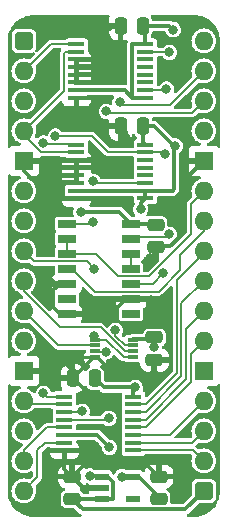
<source format=gbr>
%TF.GenerationSoftware,KiCad,Pcbnew,7.0.5*%
%TF.CreationDate,2023-12-16T20:33:15+02:00*%
%TF.ProjectId,SNES Clock,534e4553-2043-46c6-9f63-6b2e6b696361,rev?*%
%TF.SameCoordinates,Original*%
%TF.FileFunction,Copper,L1,Top*%
%TF.FilePolarity,Positive*%
%FSLAX46Y46*%
G04 Gerber Fmt 4.6, Leading zero omitted, Abs format (unit mm)*
G04 Created by KiCad (PCBNEW 7.0.5) date 2023-12-16 20:33:15*
%MOMM*%
%LPD*%
G01*
G04 APERTURE LIST*
G04 Aperture macros list*
%AMRoundRect*
0 Rectangle with rounded corners*
0 $1 Rounding radius*
0 $2 $3 $4 $5 $6 $7 $8 $9 X,Y pos of 4 corners*
0 Add a 4 corners polygon primitive as box body*
4,1,4,$2,$3,$4,$5,$6,$7,$8,$9,$2,$3,0*
0 Add four circle primitives for the rounded corners*
1,1,$1+$1,$2,$3*
1,1,$1+$1,$4,$5*
1,1,$1+$1,$6,$7*
1,1,$1+$1,$8,$9*
0 Add four rect primitives between the rounded corners*
20,1,$1+$1,$2,$3,$4,$5,0*
20,1,$1+$1,$4,$5,$6,$7,0*
20,1,$1+$1,$6,$7,$8,$9,0*
20,1,$1+$1,$8,$9,$2,$3,0*%
G04 Aperture macros list end*
%TA.AperFunction,SMDPad,CuDef*%
%ADD10R,1.150000X0.600000*%
%TD*%
%TA.AperFunction,SMDPad,CuDef*%
%ADD11R,1.550000X0.650000*%
%TD*%
%TA.AperFunction,SMDPad,CuDef*%
%ADD12R,1.450000X0.450000*%
%TD*%
%TA.AperFunction,SMDPad,CuDef*%
%ADD13R,0.850000X0.300000*%
%TD*%
%TA.AperFunction,ComponentPad*%
%ADD14RoundRect,0.400000X-0.400000X-0.400000X0.400000X-0.400000X0.400000X0.400000X-0.400000X0.400000X0*%
%TD*%
%TA.AperFunction,ComponentPad*%
%ADD15O,1.600000X1.600000*%
%TD*%
%TA.AperFunction,ComponentPad*%
%ADD16R,1.600000X1.600000*%
%TD*%
%TA.AperFunction,SMDPad,CuDef*%
%ADD17RoundRect,0.250000X0.475000X-0.250000X0.475000X0.250000X-0.475000X0.250000X-0.475000X-0.250000X0*%
%TD*%
%TA.AperFunction,SMDPad,CuDef*%
%ADD18RoundRect,0.250000X-0.475000X0.250000X-0.475000X-0.250000X0.475000X-0.250000X0.475000X0.250000X0*%
%TD*%
%TA.AperFunction,SMDPad,CuDef*%
%ADD19RoundRect,0.250000X0.250000X0.475000X-0.250000X0.475000X-0.250000X-0.475000X0.250000X-0.475000X0*%
%TD*%
%TA.AperFunction,ViaPad*%
%ADD20C,0.800000*%
%TD*%
%TA.AperFunction,Conductor*%
%ADD21C,0.380000*%
%TD*%
%TA.AperFunction,Conductor*%
%ADD22C,0.200000*%
%TD*%
G04 APERTURE END LIST*
D10*
%TO.P,IC11,1,VIN*%
%TO.N,/5V*%
X92964000Y-108016000D03*
%TO.P,IC11,2,GND*%
%TO.N,/GND*%
X92964000Y-108966000D03*
%TO.P,IC11,3,EN*%
%TO.N,/5V*%
X92964000Y-109916000D03*
%TO.P,IC11,4,ADJ*%
%TO.N,unconnected-(IC11-ADJ-Pad4)*%
X95564000Y-109916000D03*
%TO.P,IC11,5,VOUT*%
%TO.N,/3.3V*%
X95564000Y-108016000D03*
%TD*%
D11*
%TO.P,IC5,1,1A*%
%TO.N,/Serial CP*%
X89985000Y-86614000D03*
%TO.P,IC5,2,1Y*%
%TO.N,/~{Serial CP}*%
X89985000Y-87884000D03*
%TO.P,IC5,3,2A*%
X89985000Y-89154000D03*
%TO.P,IC5,4,2Y*%
%TO.N,/Serial CP_{2}*%
X89985000Y-90424000D03*
%TO.P,IC5,5,3A*%
%TO.N,/GND*%
X89985000Y-91694000D03*
%TO.P,IC5,6,3Y*%
%TO.N,unconnected-(IC5-3Y-Pad6)*%
X89985000Y-92964000D03*
%TO.P,IC5,7,GND*%
%TO.N,/GND*%
X89985000Y-94234000D03*
%TO.P,IC5,8,4Y*%
%TO.N,unconnected-(IC5-4Y-Pad8)*%
X95435000Y-94234000D03*
%TO.P,IC5,9,4A*%
%TO.N,/GND*%
X95435000Y-92964000D03*
%TO.P,IC5,10,5Y*%
%TO.N,/Serial PL_{2}*%
X95435000Y-91694000D03*
%TO.P,IC5,11,5A*%
%TO.N,/~{Serial PL}*%
X95435000Y-90424000D03*
%TO.P,IC5,12,6Y*%
X95435000Y-89154000D03*
%TO.P,IC5,13,6A*%
%TO.N,/Serial PL*%
X95435000Y-87884000D03*
%TO.P,IC5,14,5V*%
%TO.N,/5V*%
X95435000Y-86614000D03*
%TD*%
D12*
%TO.P,IC4,1,A0*%
%TO.N,/A0*%
X89785000Y-101230000D03*
%TO.P,IC4,2,A1*%
%TO.N,/A1*%
X89785000Y-101880000D03*
%TO.P,IC4,3,A2*%
%TO.N,/A2*%
X89785000Y-102530000D03*
%TO.P,IC4,4,~{E1}*%
%TO.N,/~{Serial Select}*%
X89785000Y-103180000D03*
%TO.P,IC4,5,~{E2}*%
%TO.N,/~{RD}*%
X89785000Y-103830000D03*
%TO.P,IC4,6,E3*%
%TO.N,/3.3V*%
X89785000Y-104480000D03*
%TO.P,IC4,7,~{Y7}*%
%TO.N,/~{Y7}*%
X89785000Y-105130000D03*
%TO.P,IC4,8,GND*%
%TO.N,/GND*%
X89785000Y-105780000D03*
%TO.P,IC4,9,~{Y6}*%
%TO.N,/~{Y6}*%
X95635000Y-105780000D03*
%TO.P,IC4,10,~{Y5}*%
%TO.N,/~{Y5}*%
X95635000Y-105130000D03*
%TO.P,IC4,11,~{Y4}*%
%TO.N,/~{Y4}*%
X95635000Y-104480000D03*
%TO.P,IC4,12,~{Y3}*%
%TO.N,/~{Y3}*%
X95635000Y-103830000D03*
%TO.P,IC4,13,~{Y2}*%
%TO.N,/~{Y2}*%
X95635000Y-103180000D03*
%TO.P,IC4,14,~{Y1}*%
%TO.N,/~{Y1}*%
X95635000Y-102530000D03*
%TO.P,IC4,15,~{Y0}*%
%TO.N,/~{Y0}*%
X95635000Y-101880000D03*
%TO.P,IC4,16,3V*%
%TO.N,/3.3V*%
X95635000Y-101230000D03*
%TD*%
D13*
%TO.P,IC3,1,1A*%
%TO.N,/~{Device Registers}*%
X92405000Y-96405000D03*
%TO.P,IC3,2,1B*%
%TO.N,/A3*%
X92405000Y-96905000D03*
%TO.P,IC3,3,2Y*%
%TO.N,/~{Serial Select}*%
X92405000Y-97405000D03*
%TO.P,IC3,4,GND*%
%TO.N,/GND*%
X92405000Y-97905000D03*
%TO.P,IC3,5,2A*%
%TO.N,/~{Device Registers}*%
X95555000Y-97905000D03*
%TO.P,IC3,6,2B*%
%TO.N,/~{A3}*%
X95555000Y-97405000D03*
%TO.P,IC3,7,1Y*%
%TO.N,/~{LCD Select}*%
X95555000Y-96905000D03*
%TO.P,IC3,8,VCC*%
%TO.N,/3.3V*%
X95555000Y-96405000D03*
%TD*%
D12*
%TO.P,IC2,1,~{MR}*%
%TO.N,/~{Reset}*%
X90801000Y-71385000D03*
%TO.P,IC2,2,CP*%
%TO.N,/CLK*%
X90801000Y-72035000D03*
%TO.P,IC2,3,D0*%
%TO.N,/GND*%
X90801000Y-72685000D03*
%TO.P,IC2,4,D1*%
X90801000Y-73335000D03*
%TO.P,IC2,5,D2*%
X90801000Y-73985000D03*
%TO.P,IC2,6,D3*%
X90801000Y-74635000D03*
%TO.P,IC2,7,CEP*%
%TO.N,/3.3V*%
X90801000Y-75285000D03*
%TO.P,IC2,8,GND*%
%TO.N,/GND*%
X90801000Y-75935000D03*
%TO.P,IC2,9,~{PE}*%
%TO.N,/3.3V*%
X96651000Y-75935000D03*
%TO.P,IC2,10,CET*%
%TO.N,/CEP*%
X96651000Y-75285000D03*
%TO.P,IC2,11,Q3*%
%TO.N,unconnected-(IC2-Q3-Pad11)*%
X96651000Y-74635000D03*
%TO.P,IC2,12,Q2*%
%TO.N,unconnected-(IC2-Q2-Pad12)*%
X96651000Y-73985000D03*
%TO.P,IC2,13,Q1*%
%TO.N,unconnected-(IC2-Q1-Pad13)*%
X96651000Y-73335000D03*
%TO.P,IC2,14,Q0*%
%TO.N,unconnected-(IC2-Q0-Pad14)*%
X96651000Y-72685000D03*
%TO.P,IC2,15,TC*%
%TO.N,/Serial PL*%
X96651000Y-72035000D03*
%TO.P,IC2,16,3V*%
%TO.N,/3.3V*%
X96651000Y-71385000D03*
%TD*%
%TO.P,IC1,1,~{MR}*%
%TO.N,/~{Reset}*%
X90801000Y-79894000D03*
%TO.P,IC1,2,CP*%
%TO.N,/CLK*%
X90801000Y-80544000D03*
%TO.P,IC1,3,D0*%
%TO.N,/GND*%
X90801000Y-81194000D03*
%TO.P,IC1,4,D1*%
X90801000Y-81844000D03*
%TO.P,IC1,5,D2*%
X90801000Y-82494000D03*
%TO.P,IC1,6,D3*%
X90801000Y-83144000D03*
%TO.P,IC1,7,CEP*%
%TO.N,/3.3V*%
X90801000Y-83794000D03*
%TO.P,IC1,8,GND*%
%TO.N,/GND*%
X90801000Y-84444000D03*
%TO.P,IC1,9,~{PE}*%
%TO.N,/3.3V*%
X96651000Y-84444000D03*
%TO.P,IC1,10,CET*%
X96651000Y-83794000D03*
%TO.P,IC1,11,Q3*%
%TO.N,/Serial CP*%
X96651000Y-83144000D03*
%TO.P,IC1,12,Q2*%
%TO.N,unconnected-(IC1-Q2-Pad12)*%
X96651000Y-82494000D03*
%TO.P,IC1,13,Q1*%
%TO.N,unconnected-(IC1-Q1-Pad13)*%
X96651000Y-81844000D03*
%TO.P,IC1,14,Q0*%
%TO.N,unconnected-(IC1-Q0-Pad14)*%
X96651000Y-81194000D03*
%TO.P,IC1,15,TC*%
%TO.N,/CEP*%
X96651000Y-80544000D03*
%TO.P,IC1,16,3V*%
%TO.N,/3.3V*%
X96651000Y-79894000D03*
%TD*%
D14*
%TO.P,J2,1,Pin_1*%
%TO.N,/5V*%
X86360000Y-71120000D03*
D15*
%TO.P,J2,2,Pin_2*%
%TO.N,/~{Reset}*%
X86360000Y-73660000D03*
%TO.P,J2,3,Pin_3*%
%TO.N,unconnected-(J2-Pin_3-Pad3)*%
X86360000Y-76200000D03*
%TO.P,J2,4,Pin_4*%
%TO.N,/CLK*%
X86360000Y-78740000D03*
D16*
%TO.P,J2,5,Pin_5*%
%TO.N,/GND*%
X86360000Y-81280000D03*
D15*
%TO.P,J2,6,Pin_6*%
%TO.N,unconnected-(J2-Pin_6-Pad6)*%
X86360000Y-83820000D03*
%TO.P,J2,7,Pin_7*%
%TO.N,/CEP*%
X86360000Y-86360000D03*
%TO.P,J2,8,Pin_8*%
%TO.N,/~{Device Registers}*%
X86360000Y-88900000D03*
%TO.P,J2,9,Pin_9*%
%TO.N,/~{A3}*%
X86360000Y-91440000D03*
%TO.P,J2,10,Pin_10*%
%TO.N,/A3*%
X86360000Y-93980000D03*
%TO.P,J2,11,Pin_11*%
%TO.N,/A2*%
X86360000Y-96520000D03*
D16*
%TO.P,J2,12,Pin_12*%
%TO.N,/GND*%
X86360000Y-99060000D03*
D15*
%TO.P,J2,13,Pin_13*%
%TO.N,/A1*%
X86360000Y-101600000D03*
%TO.P,J2,14,Pin_14*%
%TO.N,/A0*%
X86360000Y-104140000D03*
%TO.P,J2,15,Pin_15*%
%TO.N,/~{RD}*%
X86360000Y-106680000D03*
%TO.P,J2,16,Pin_16*%
%TO.N,/~{Y7}*%
X86360000Y-109220000D03*
D14*
%TO.P,J2,17,Pin_17*%
%TO.N,/5V*%
X101600000Y-109220000D03*
D15*
%TO.P,J2,18,Pin_18*%
%TO.N,/~{Y6}*%
X101600000Y-106680000D03*
%TO.P,J2,19,Pin_19*%
%TO.N,/~{Y5}*%
X101600000Y-104140000D03*
%TO.P,J2,20,Pin_20*%
%TO.N,/~{Y4}*%
X101600000Y-101600000D03*
D16*
%TO.P,J2,21,Pin_21*%
%TO.N,/GND*%
X101600000Y-99060000D03*
D15*
%TO.P,J2,22,Pin_22*%
%TO.N,/~{Y3}*%
X101600000Y-96520000D03*
%TO.P,J2,23,Pin_23*%
%TO.N,/~{Y2}*%
X101600000Y-93980000D03*
%TO.P,J2,24,Pin_24*%
%TO.N,/~{Y1}*%
X101600000Y-91440000D03*
%TO.P,J2,25,Pin_25*%
%TO.N,/~{Y0}*%
X101600000Y-88900000D03*
%TO.P,J2,26,Pin_26*%
%TO.N,/Serial CP_{2}*%
X101600000Y-86360000D03*
%TO.P,J2,27,Pin_27*%
%TO.N,/~{Serial CP}*%
X101600000Y-83820000D03*
D16*
%TO.P,J2,28,Pin_28*%
%TO.N,/GND*%
X101600000Y-81280000D03*
D15*
%TO.P,J2,29,Pin_29*%
%TO.N,/Serial PL_{2}*%
X101600000Y-78740000D03*
%TO.P,J2,30,Pin_30*%
%TO.N,/~{Serial Select}*%
X101600000Y-76200000D03*
%TO.P,J2,31,Pin_31*%
%TO.N,/~{LCD Select}*%
X101600000Y-73660000D03*
%TO.P,J2,32,Pin_32*%
%TO.N,unconnected-(J2-Pin_32-Pad32)*%
X101600000Y-71120000D03*
%TD*%
D17*
%TO.P,C10,1*%
%TO.N,/3.3V*%
X97790000Y-109900000D03*
%TO.P,C10,2*%
%TO.N,/GND*%
X97790000Y-108000000D03*
%TD*%
%TO.P,C9,1*%
%TO.N,/5V*%
X90454000Y-109900000D03*
%TO.P,C9,2*%
%TO.N,/GND*%
X90454000Y-108000000D03*
%TD*%
D18*
%TO.P,C8,1*%
%TO.N,/3.3V*%
X97409000Y-96221000D03*
%TO.P,C8,2*%
%TO.N,/GND*%
X97409000Y-98121000D03*
%TD*%
D19*
%TO.P,C1,1*%
%TO.N,/3.3V*%
X92374000Y-99695000D03*
%TO.P,C1,2*%
%TO.N,/GND*%
X90474000Y-99695000D03*
%TD*%
%TO.P,C2,1*%
%TO.N,/3.3V*%
X96438000Y-78359000D03*
%TO.P,C2,2*%
%TO.N,/GND*%
X94538000Y-78359000D03*
%TD*%
%TO.P,C7,1*%
%TO.N,/3.3V*%
X96438000Y-69850000D03*
%TO.P,C7,2*%
%TO.N,/GND*%
X94538000Y-69850000D03*
%TD*%
D18*
%TO.P,C6,1*%
%TO.N,/5V*%
X97536000Y-86696000D03*
%TO.P,C6,2*%
%TO.N,/GND*%
X97536000Y-88596000D03*
%TD*%
D20*
%TO.N,/GND*%
X89598500Y-98361500D03*
X88138000Y-86995000D03*
X88138000Y-90805000D03*
X94996000Y-81280000D03*
%TO.N,/A0*%
X88011000Y-100965000D03*
%TO.N,/GND*%
X97409000Y-99314000D03*
%TO.N,/5V*%
X91948000Y-107950000D03*
%TO.N,/GND*%
X97155000Y-93091000D03*
X97028000Y-89535000D03*
%TO.N,/3.3V*%
X98996500Y-70167500D03*
X99187000Y-80010000D03*
X96237952Y-85372000D03*
%TO.N,/Serial PL_{2}*%
X98171000Y-90805000D03*
%TO.N,/CEP*%
X89027000Y-79183000D03*
%TO.N,/GND*%
X94996000Y-79356990D03*
X94996000Y-84963000D03*
%TO.N,/5V*%
X91186000Y-85598000D03*
%TO.N,/Serial CP*%
X92202000Y-86487000D03*
X92202000Y-83004004D03*
%TO.N,/GND*%
X92456000Y-76327000D03*
X93472000Y-69977000D03*
%TO.N,/CEP*%
X98270000Y-80716676D03*
X98425000Y-75184000D03*
%TO.N,/~{Reset}*%
X88011000Y-79756000D03*
%TO.N,/Serial PL*%
X98679000Y-72090522D03*
X98661748Y-87500125D03*
%TO.N,/~{LCD Select}*%
X94488000Y-76327000D03*
X94107000Y-95631000D03*
%TO.N,/~{Device Registers}*%
X92329000Y-96077000D03*
X92329000Y-90424000D03*
%TO.N,/3.3V*%
X97409000Y-97021500D03*
%TO.N,/GND*%
X92357000Y-105397115D03*
X92570115Y-101231885D03*
%TO.N,/3.3V*%
X93599000Y-105537000D03*
%TO.N,/~{Serial Select}*%
X93345000Y-77089000D03*
X93328457Y-97421920D03*
X93549600Y-103072170D03*
%TO.N,/3.3V*%
X95786000Y-100457000D03*
X94673248Y-108011053D03*
%TO.N,/A2*%
X91285000Y-102489000D03*
%TD*%
D21*
%TO.N,/GND*%
X90474000Y-98983000D02*
X89852500Y-98361500D01*
X89852500Y-98361500D02*
X89598500Y-98361500D01*
X90474000Y-99695000D02*
X90474000Y-98983000D01*
X89027000Y-91694000D02*
X88138000Y-90805000D01*
X89985000Y-91694000D02*
X89027000Y-91694000D01*
X88138000Y-83915085D02*
X88138000Y-86995000D01*
X86360000Y-82137085D02*
X88138000Y-83915085D01*
X86360000Y-81280000D02*
X86360000Y-82137085D01*
X94910000Y-81194000D02*
X94996000Y-81280000D01*
X90801000Y-81194000D02*
X94910000Y-81194000D01*
X89686000Y-84434000D02*
X89696000Y-84444000D01*
X89696000Y-84444000D02*
X90801000Y-84444000D01*
X89686000Y-83154000D02*
X89686000Y-84434000D01*
X90801000Y-83144000D02*
X89696000Y-83144000D01*
X89696000Y-83144000D02*
X89686000Y-83154000D01*
X90801000Y-82494000D02*
X90801000Y-83144000D01*
X90801000Y-81844000D02*
X90801000Y-82494000D01*
X90801000Y-81194000D02*
X90801000Y-81844000D01*
X86446000Y-81194000D02*
X86360000Y-81280000D01*
X90801000Y-81194000D02*
X86446000Y-81194000D01*
D22*
%TO.N,/Serial CP_{2}*%
X101600000Y-87249000D02*
X101600000Y-86360000D01*
X99568000Y-89281000D02*
X101600000Y-87249000D01*
X97753950Y-92339000D02*
X99568000Y-90524950D01*
X92350000Y-92339000D02*
X97753950Y-92339000D01*
X90435000Y-90424000D02*
X92350000Y-92339000D01*
X99568000Y-90524950D02*
X99568000Y-89281000D01*
%TO.N,/~{Serial CP}*%
X100500000Y-84920000D02*
X101600000Y-83820000D01*
X94360000Y-91049000D02*
X96937050Y-91049000D01*
X89985000Y-89154000D02*
X92465000Y-89154000D01*
%TO.N,/Serial PL_{2}*%
X97282000Y-91694000D02*
X98171000Y-90805000D01*
X95435000Y-91694000D02*
X97282000Y-91694000D01*
%TO.N,/~{Serial CP}*%
X92465000Y-89154000D02*
X94360000Y-91049000D01*
%TO.N,/~{Y0}*%
X101600000Y-89058636D02*
X101600000Y-88900000D01*
X99295000Y-91363636D02*
X101600000Y-89058636D01*
X99295000Y-99272000D02*
X99295000Y-91363636D01*
X95635000Y-101880000D02*
X96687000Y-101880000D01*
X96687000Y-101880000D02*
X99295000Y-99272000D01*
%TO.N,/~{Serial CP}*%
X96937050Y-91049000D02*
X100500000Y-87486050D01*
X100500000Y-87486050D02*
X100500000Y-84920000D01*
D21*
%TO.N,/GND*%
X97613000Y-88519000D02*
X97536000Y-88596000D01*
X98760102Y-88519000D02*
X97613000Y-88519000D01*
X99949000Y-87330102D02*
X98760102Y-88519000D01*
X99949000Y-82931000D02*
X99949000Y-87330102D01*
X101600000Y-81280000D02*
X99949000Y-82931000D01*
D22*
%TO.N,/Serial PL*%
X98404873Y-87757000D02*
X98661748Y-87500125D01*
X95562000Y-87757000D02*
X98404873Y-87757000D01*
D21*
%TO.N,/3.3V*%
X95635000Y-100608000D02*
X95786000Y-100457000D01*
D22*
%TO.N,/~{Y1}*%
X99695000Y-93345000D02*
X101600000Y-91440000D01*
X99695000Y-99522000D02*
X99695000Y-93345000D01*
X95635000Y-102530000D02*
X96687000Y-102530000D01*
%TO.N,/~{Y2}*%
X100100000Y-95480000D02*
X101600000Y-93980000D01*
X96687000Y-103180000D02*
X100100000Y-99767000D01*
X95635000Y-103180000D02*
X96687000Y-103180000D01*
%TO.N,/~{Y3}*%
X100500000Y-97620000D02*
X101600000Y-96520000D01*
X96687000Y-103830000D02*
X100500000Y-100017000D01*
%TO.N,/~{Y4}*%
X98720000Y-104480000D02*
X101600000Y-101600000D01*
X95635000Y-104480000D02*
X98720000Y-104480000D01*
%TO.N,/~{Y5}*%
X100610000Y-105130000D02*
X101600000Y-104140000D01*
%TO.N,/~{Y2}*%
X100100000Y-99767000D02*
X100100000Y-95480000D01*
%TO.N,/~{Y5}*%
X95635000Y-105130000D02*
X100610000Y-105130000D01*
%TO.N,/~{Y6}*%
X95635000Y-105780000D02*
X100700000Y-105780000D01*
D21*
%TO.N,/GND*%
X91974115Y-105780000D02*
X92357000Y-105397115D01*
X89785000Y-105780000D02*
X91974115Y-105780000D01*
X89785000Y-107331000D02*
X90454000Y-108000000D01*
D22*
%TO.N,/~{Y7}*%
X88164000Y-105130000D02*
X89785000Y-105130000D01*
X87503000Y-105791000D02*
X88164000Y-105130000D01*
X86360000Y-109220000D02*
X87503000Y-108077000D01*
D21*
%TO.N,/3.3V*%
X93599000Y-105521886D02*
X93599000Y-105537000D01*
X95635000Y-101230000D02*
X95635000Y-100608000D01*
X89785000Y-104480000D02*
X92557114Y-104480000D01*
D22*
%TO.N,/~{RD}*%
X88321000Y-103830000D02*
X89785000Y-103830000D01*
X86360000Y-105791000D02*
X88321000Y-103830000D01*
X86360000Y-106457000D02*
X86360000Y-105791000D01*
%TO.N,/~{Serial Select}*%
X93432770Y-103189000D02*
X93549600Y-103072170D01*
X89794000Y-103189000D02*
X93432770Y-103189000D01*
%TO.N,/A2*%
X89785000Y-102530000D02*
X91244000Y-102530000D01*
%TO.N,/A1*%
X86640000Y-101880000D02*
X89785000Y-101880000D01*
%TO.N,/A0*%
X88276000Y-101230000D02*
X88011000Y-100965000D01*
X89785000Y-101230000D02*
X88276000Y-101230000D01*
D21*
%TO.N,/3.3V*%
X92557114Y-104480000D02*
X93599000Y-105521886D01*
D22*
%TO.N,/~{Y1}*%
X96687000Y-102530000D02*
X99695000Y-99522000D01*
%TO.N,/A2*%
X91244000Y-102530000D02*
X91285000Y-102489000D01*
%TO.N,/~{Y3}*%
X95635000Y-103830000D02*
X96687000Y-103830000D01*
%TO.N,/~{Y6}*%
X100700000Y-105780000D02*
X101600000Y-106680000D01*
%TO.N,/~{Y3}*%
X100500000Y-100017000D02*
X100500000Y-97620000D01*
%TO.N,/~{Y7}*%
X87503000Y-108077000D02*
X87503000Y-105791000D01*
D21*
%TO.N,/GND*%
X89785000Y-105780000D02*
X89785000Y-107331000D01*
X88519000Y-99695000D02*
X87884000Y-99060000D01*
X90474000Y-99695000D02*
X88519000Y-99695000D01*
X87884000Y-99060000D02*
X86360000Y-99060000D01*
X92224000Y-97945000D02*
X90474000Y-99695000D01*
X93980000Y-99314000D02*
X92611000Y-97945000D01*
X92611000Y-97945000D02*
X92224000Y-97945000D01*
X97409000Y-99314000D02*
X93980000Y-99314000D01*
X97409000Y-98121000D02*
X97409000Y-99314000D01*
%TO.N,/3.3V*%
X93136000Y-100457000D02*
X95786000Y-100457000D01*
X92374000Y-99695000D02*
X93136000Y-100457000D01*
D22*
%TO.N,/Serial CP*%
X92341996Y-83144000D02*
X92202000Y-83004004D01*
X96651000Y-83144000D02*
X92341996Y-83144000D01*
D21*
%TO.N,/3.3V*%
X90801000Y-83794000D02*
X96651000Y-83794000D01*
%TO.N,/GND*%
X90551000Y-99695000D02*
X92087885Y-101231885D01*
X92087885Y-101231885D02*
X92570115Y-101231885D01*
%TO.N,/5V*%
X91948000Y-107950000D02*
X92898000Y-107950000D01*
%TO.N,/GND*%
X93715000Y-94234000D02*
X89985000Y-94234000D01*
X94985000Y-92964000D02*
X93715000Y-94234000D01*
X89375000Y-94234000D02*
X89985000Y-94234000D01*
X88820000Y-92249000D02*
X88820000Y-93679000D01*
X88820000Y-93679000D02*
X89375000Y-94234000D01*
X89375000Y-91694000D02*
X88820000Y-92249000D01*
X89985000Y-91694000D02*
X89375000Y-91694000D01*
X97155000Y-93091000D02*
X95562000Y-93091000D01*
%TO.N,/3.3V*%
X96651000Y-84444000D02*
X96237952Y-84857048D01*
X96237952Y-84857048D02*
X96237952Y-85372000D01*
%TO.N,/GND*%
X97536000Y-89027000D02*
X97028000Y-89535000D01*
X97536000Y-88596000D02*
X97536000Y-89027000D01*
%TO.N,/3.3V*%
X98679000Y-69850000D02*
X98996500Y-70167500D01*
X96438000Y-69850000D02*
X98679000Y-69850000D01*
X99187000Y-80137000D02*
X97409000Y-78359000D01*
X99187000Y-80010000D02*
X99187000Y-80137000D01*
X99060000Y-80010000D02*
X99187000Y-80010000D01*
X99060000Y-83693000D02*
X99060000Y-80010000D01*
X97409000Y-78359000D02*
X96438000Y-78359000D01*
X98959000Y-83794000D02*
X99060000Y-83693000D01*
X96651000Y-83794000D02*
X98959000Y-83794000D01*
D22*
%TO.N,/~{Device Registers}*%
X91694000Y-89789000D02*
X92329000Y-90424000D01*
X87249000Y-89789000D02*
X91694000Y-89789000D01*
X86360000Y-88900000D02*
X87249000Y-89789000D01*
%TO.N,/~{Serial PL}*%
X95435000Y-89154000D02*
X95435000Y-90424000D01*
D21*
%TO.N,/5V*%
X94419000Y-85598000D02*
X91186000Y-85598000D01*
X95435000Y-86614000D02*
X94419000Y-85598000D01*
D22*
%TO.N,/~{Reset}*%
X88138000Y-79883000D02*
X88011000Y-79756000D01*
X90790000Y-79883000D02*
X88138000Y-79883000D01*
%TO.N,/CEP*%
X96651000Y-80544000D02*
X93498000Y-80544000D01*
X89041706Y-79168294D02*
X89027000Y-79183000D01*
X92122294Y-79168294D02*
X89041706Y-79168294D01*
X93498000Y-80544000D02*
X92122294Y-79168294D01*
%TO.N,/CLK*%
X90801000Y-80544000D02*
X87809050Y-80544000D01*
X87809050Y-80544000D02*
X86360000Y-79094950D01*
D21*
%TO.N,/GND*%
X94996000Y-78817000D02*
X94996000Y-79356990D01*
X94538000Y-78359000D02*
X94996000Y-78817000D01*
X94477000Y-84444000D02*
X94996000Y-84963000D01*
X90801000Y-84444000D02*
X94477000Y-84444000D01*
D22*
%TO.N,/CEP*%
X98097324Y-80544000D02*
X98270000Y-80716676D01*
X96651000Y-80544000D02*
X98097324Y-80544000D01*
D21*
%TO.N,/3.3V*%
X96651000Y-84444000D02*
X96651000Y-83794000D01*
X96438000Y-79681000D02*
X96651000Y-79894000D01*
X96438000Y-78359000D02*
X96438000Y-79681000D01*
%TO.N,/5V*%
X95435000Y-86614000D02*
X97454000Y-86614000D01*
D22*
%TO.N,/Serial CP*%
X92075000Y-86614000D02*
X89985000Y-86614000D01*
X92202000Y-86487000D02*
X92075000Y-86614000D01*
D21*
%TO.N,/GND*%
X93472000Y-69977000D02*
X94411000Y-69977000D01*
X92064000Y-75935000D02*
X92456000Y-76327000D01*
X90801000Y-75935000D02*
X92064000Y-75935000D01*
%TO.N,/3.3V*%
X90801000Y-75285000D02*
X94896000Y-75285000D01*
X94896000Y-75285000D02*
X95536000Y-75925000D01*
X95536000Y-71395000D02*
X95546000Y-71385000D01*
X95546000Y-75935000D02*
X95536000Y-75925000D01*
X95536000Y-75925000D02*
X95536000Y-71395000D01*
X96651000Y-75935000D02*
X95546000Y-75935000D01*
X95546000Y-71385000D02*
X96651000Y-71385000D01*
D22*
%TO.N,/CEP*%
X98324000Y-75285000D02*
X98425000Y-75184000D01*
X96651000Y-75285000D02*
X98324000Y-75285000D01*
D21*
%TO.N,/3.3V*%
X96651000Y-71385000D02*
X96651000Y-70063000D01*
D22*
%TO.N,/~{Reset}*%
X88635000Y-71385000D02*
X90801000Y-71385000D01*
X86360000Y-73660000D02*
X88635000Y-71385000D01*
%TO.N,/CLK*%
X89776000Y-72160000D02*
X89901000Y-72035000D01*
X89901000Y-72035000D02*
X90801000Y-72035000D01*
X89776000Y-75324000D02*
X89776000Y-72160000D01*
X86360000Y-78740000D02*
X89776000Y-75324000D01*
%TO.N,/Serial PL*%
X98623478Y-72035000D02*
X98679000Y-72090522D01*
X96651000Y-72035000D02*
X98623478Y-72035000D01*
%TO.N,/~{Serial CP}*%
X89985000Y-87884000D02*
X89985000Y-89154000D01*
%TO.N,/~{LCD Select}*%
X94678500Y-76517500D02*
X94488000Y-76327000D01*
X98742500Y-76517500D02*
X94678500Y-76517500D01*
%TO.N,/~{Serial Select}*%
X100582500Y-77217500D02*
X101600000Y-76200000D01*
X93473500Y-77217500D02*
X100582500Y-77217500D01*
X93345000Y-77089000D02*
X93473500Y-77217500D01*
%TO.N,/~{LCD Select}*%
X101600000Y-73660000D02*
X98742500Y-76517500D01*
X94107000Y-96066314D02*
X94107000Y-95631000D01*
X94107000Y-96066314D02*
X94945686Y-96905000D01*
X95555000Y-96905000D02*
X94945686Y-96905000D01*
%TO.N,/~{A3}*%
X94880000Y-97405000D02*
X95555000Y-97405000D01*
X92852000Y-95377000D02*
X94880000Y-97405000D01*
X89428000Y-95377000D02*
X92852000Y-95377000D01*
X86360000Y-92309000D02*
X89428000Y-95377000D01*
X86360000Y-91440000D02*
X86360000Y-92309000D01*
%TO.N,/~{Device Registers}*%
X93314314Y-96405000D02*
X92405000Y-96405000D01*
X95555000Y-97905000D02*
X94814314Y-97905000D01*
X92405000Y-96405000D02*
X92405000Y-96153000D01*
X94814314Y-97905000D02*
X93314314Y-96405000D01*
X92405000Y-96153000D02*
X92329000Y-96077000D01*
D21*
%TO.N,/3.3V*%
X97265000Y-96365000D02*
X95555000Y-96365000D01*
X97409000Y-97021500D02*
X97409000Y-96221000D01*
%TO.N,/5V*%
X100030000Y-110790000D02*
X101600000Y-109220000D01*
X91344000Y-110790000D02*
X100030000Y-110790000D01*
X90454000Y-109900000D02*
X91344000Y-110790000D01*
%TO.N,/GND*%
X91520000Y-106934000D02*
X90454000Y-108000000D01*
X96724000Y-106934000D02*
X91520000Y-106934000D01*
X97790000Y-108000000D02*
X96724000Y-106934000D01*
%TO.N,/3.3V*%
X95564000Y-108016000D02*
X94678195Y-108016000D01*
X94678195Y-108016000D02*
X94673248Y-108011053D01*
%TO.N,/5V*%
X93929000Y-109906000D02*
X93929000Y-108501004D01*
X92964000Y-109916000D02*
X93919000Y-109916000D01*
X93919000Y-109916000D02*
X93929000Y-109906000D01*
X93443996Y-108016000D02*
X92964000Y-108016000D01*
X93929000Y-108501004D02*
X93443996Y-108016000D01*
D22*
%TO.N,/~{Serial Select}*%
X93328457Y-97421920D02*
X92421920Y-97421920D01*
%TO.N,/A3*%
X89285000Y-96905000D02*
X92405000Y-96905000D01*
X86360000Y-93980000D02*
X89285000Y-96905000D01*
D21*
%TO.N,/GND*%
X92964000Y-108966000D02*
X91420000Y-108966000D01*
X91420000Y-108966000D02*
X90454000Y-108000000D01*
%TO.N,/5V*%
X90454000Y-109900000D02*
X92948000Y-109900000D01*
%TO.N,/3.3V*%
X96078000Y-108016000D02*
X95564000Y-108016000D01*
X97962000Y-109900000D02*
X96078000Y-108016000D01*
%TD*%
%TA.AperFunction,Conductor*%
%TO.N,/GND*%
G36*
X85187703Y-100201734D02*
G01*
X85196391Y-100211066D01*
X85196540Y-100210918D01*
X85202812Y-100217190D01*
X85317906Y-100303350D01*
X85317913Y-100303354D01*
X85452620Y-100353596D01*
X85452627Y-100353598D01*
X85512155Y-100359999D01*
X85512172Y-100360000D01*
X85992930Y-100360000D01*
X86059969Y-100379685D01*
X86105724Y-100432489D01*
X86115668Y-100501647D01*
X86086643Y-100565203D01*
X86028925Y-100602660D01*
X85992144Y-100613818D01*
X85956043Y-100624769D01*
X85870490Y-100670499D01*
X85773550Y-100722315D01*
X85773548Y-100722316D01*
X85773547Y-100722317D01*
X85613589Y-100853589D01*
X85482317Y-101013547D01*
X85482315Y-101013550D01*
X85443643Y-101085897D01*
X85384769Y-101196043D01*
X85324699Y-101394067D01*
X85304417Y-101600000D01*
X85324699Y-101805932D01*
X85342896Y-101865920D01*
X85384768Y-102003954D01*
X85482315Y-102186450D01*
X85482317Y-102186452D01*
X85613589Y-102346410D01*
X85705295Y-102421670D01*
X85773550Y-102477685D01*
X85956046Y-102575232D01*
X86154066Y-102635300D01*
X86154065Y-102635300D01*
X86174347Y-102637297D01*
X86360000Y-102655583D01*
X86565934Y-102635300D01*
X86763954Y-102575232D01*
X86946450Y-102477685D01*
X87106410Y-102346410D01*
X87164328Y-102275835D01*
X87222074Y-102236501D01*
X87260182Y-102230500D01*
X88685500Y-102230500D01*
X88752539Y-102250185D01*
X88798294Y-102302989D01*
X88809500Y-102354500D01*
X88809500Y-102779673D01*
X88819671Y-102830809D01*
X88819671Y-102879188D01*
X88809500Y-102930325D01*
X88809500Y-103355500D01*
X88789815Y-103422539D01*
X88737011Y-103468294D01*
X88685500Y-103479500D01*
X88370211Y-103479500D01*
X88344765Y-103476861D01*
X88335685Y-103474957D01*
X88335684Y-103474957D01*
X88335682Y-103474957D01*
X88303061Y-103479023D01*
X88295385Y-103479500D01*
X88291960Y-103479500D01*
X88286754Y-103480368D01*
X88271700Y-103482879D01*
X88269171Y-103483247D01*
X88219608Y-103489426D01*
X88212570Y-103491521D01*
X88205617Y-103493908D01*
X88161687Y-103517682D01*
X88159411Y-103518853D01*
X88114513Y-103540803D01*
X88108566Y-103545048D01*
X88102739Y-103549584D01*
X88068913Y-103586329D01*
X88067139Y-103588177D01*
X87609911Y-104045405D01*
X87548588Y-104078890D01*
X87478896Y-104073906D01*
X87422963Y-104032034D01*
X87398827Y-103969877D01*
X87395300Y-103934067D01*
X87395300Y-103934066D01*
X87335232Y-103736046D01*
X87237685Y-103553550D01*
X87167718Y-103468294D01*
X87106410Y-103393589D01*
X86946452Y-103262317D01*
X86946453Y-103262317D01*
X86946450Y-103262315D01*
X86763954Y-103164768D01*
X86565934Y-103104700D01*
X86565932Y-103104699D01*
X86565934Y-103104699D01*
X86378463Y-103086235D01*
X86360000Y-103084417D01*
X86359999Y-103084417D01*
X86154067Y-103104699D01*
X85956043Y-103164769D01*
X85845897Y-103223643D01*
X85773550Y-103262315D01*
X85773548Y-103262316D01*
X85773547Y-103262317D01*
X85613589Y-103393589D01*
X85484649Y-103550706D01*
X85482315Y-103553550D01*
X85451365Y-103611453D01*
X85384769Y-103736043D01*
X85324699Y-103934067D01*
X85304417Y-104140000D01*
X85324699Y-104345932D01*
X85324700Y-104345934D01*
X85384768Y-104543954D01*
X85482315Y-104726450D01*
X85482317Y-104726452D01*
X85613589Y-104886410D01*
X85679115Y-104940185D01*
X85773550Y-105017685D01*
X85956046Y-105115232D01*
X86154066Y-105175300D01*
X86189877Y-105178827D01*
X86254665Y-105204987D01*
X86295024Y-105262021D01*
X86298141Y-105331822D01*
X86265405Y-105389911D01*
X86146955Y-105508361D01*
X86127106Y-105524482D01*
X86119331Y-105529562D01*
X86099143Y-105555498D01*
X86094067Y-105561248D01*
X86091634Y-105563681D01*
X86091624Y-105563694D01*
X86079695Y-105580401D01*
X86078164Y-105582453D01*
X86047484Y-105621870D01*
X86043973Y-105628357D01*
X86039146Y-105638233D01*
X86035745Y-105641954D01*
X86034912Y-105643127D01*
X86034768Y-105643024D01*
X85992018Y-105689815D01*
X85963751Y-105702430D01*
X85956045Y-105704768D01*
X85876950Y-105747046D01*
X85773550Y-105802315D01*
X85773548Y-105802316D01*
X85773547Y-105802317D01*
X85613589Y-105933589D01*
X85482317Y-106093547D01*
X85482315Y-106093550D01*
X85452304Y-106149696D01*
X85384769Y-106276043D01*
X85324699Y-106474067D01*
X85304417Y-106679999D01*
X85324699Y-106885932D01*
X85324700Y-106885934D01*
X85384768Y-107083954D01*
X85482315Y-107266450D01*
X85516969Y-107308677D01*
X85613589Y-107426410D01*
X85678929Y-107480032D01*
X85773550Y-107557685D01*
X85956046Y-107655232D01*
X86154066Y-107715300D01*
X86154065Y-107715300D01*
X86174347Y-107717297D01*
X86360000Y-107735583D01*
X86565934Y-107715300D01*
X86763954Y-107655232D01*
X86946450Y-107557685D01*
X86949833Y-107554908D01*
X87014141Y-107527594D01*
X87083009Y-107539383D01*
X87134571Y-107586534D01*
X87152500Y-107650760D01*
X87152500Y-107880455D01*
X87132815Y-107947494D01*
X87116181Y-107968136D01*
X86874508Y-108209808D01*
X86813185Y-108243293D01*
X86750833Y-108240788D01*
X86565934Y-108184700D01*
X86565932Y-108184699D01*
X86565934Y-108184699D01*
X86378463Y-108166235D01*
X86360000Y-108164417D01*
X86359999Y-108164417D01*
X86154067Y-108184699D01*
X85994623Y-108233066D01*
X85960909Y-108243293D01*
X85956043Y-108244769D01*
X85852766Y-108299973D01*
X85773550Y-108342315D01*
X85773548Y-108342316D01*
X85773547Y-108342317D01*
X85613589Y-108473589D01*
X85482317Y-108633547D01*
X85384769Y-108816043D01*
X85324699Y-109014067D01*
X85304417Y-109220000D01*
X85324699Y-109425932D01*
X85347220Y-109500174D01*
X85384768Y-109623954D01*
X85482315Y-109806450D01*
X85482317Y-109806452D01*
X85613589Y-109966410D01*
X85706445Y-110042614D01*
X85773550Y-110097685D01*
X85956046Y-110195232D01*
X86154066Y-110255300D01*
X86154065Y-110255300D01*
X86174347Y-110257297D01*
X86360000Y-110275583D01*
X86565934Y-110255300D01*
X86763954Y-110195232D01*
X86946450Y-110097685D01*
X87106410Y-109966410D01*
X87237685Y-109806450D01*
X87335232Y-109623954D01*
X87395300Y-109425934D01*
X87415583Y-109220000D01*
X87395300Y-109014066D01*
X87339210Y-108829163D01*
X87338588Y-108759298D01*
X87370189Y-108705491D01*
X87716046Y-108359634D01*
X87735902Y-108343511D01*
X87743669Y-108338437D01*
X87763873Y-108312477D01*
X87768941Y-108306739D01*
X87771375Y-108304307D01*
X87783325Y-108287567D01*
X87784832Y-108285548D01*
X87815517Y-108246126D01*
X87815519Y-108246118D01*
X87819017Y-108239655D01*
X87822241Y-108233063D01*
X87826649Y-108218255D01*
X87836506Y-108185144D01*
X87837264Y-108182777D01*
X87853500Y-108135488D01*
X87853500Y-108135481D01*
X87854706Y-108128256D01*
X87855617Y-108120952D01*
X87853553Y-108071051D01*
X87853500Y-108068489D01*
X87853500Y-107750000D01*
X89229000Y-107750000D01*
X90204000Y-107750000D01*
X90204000Y-107000000D01*
X89929029Y-107000000D01*
X89929012Y-107000001D01*
X89826302Y-107010494D01*
X89659880Y-107065641D01*
X89659875Y-107065643D01*
X89510654Y-107157684D01*
X89386684Y-107281654D01*
X89294643Y-107430875D01*
X89294641Y-107430880D01*
X89239494Y-107597302D01*
X89239493Y-107597309D01*
X89229000Y-107700013D01*
X89229000Y-107750000D01*
X87853500Y-107750000D01*
X87853500Y-106005000D01*
X88560000Y-106005000D01*
X88560000Y-106052844D01*
X88566401Y-106112372D01*
X88566403Y-106112379D01*
X88616645Y-106247086D01*
X88616649Y-106247093D01*
X88702809Y-106362187D01*
X88702812Y-106362190D01*
X88817906Y-106448350D01*
X88817913Y-106448354D01*
X88952620Y-106498596D01*
X88952627Y-106498598D01*
X89012155Y-106504999D01*
X89012172Y-106505000D01*
X89560000Y-106505000D01*
X89560000Y-106005000D01*
X90010000Y-106005000D01*
X90010000Y-106505000D01*
X90557828Y-106505000D01*
X90557844Y-106504999D01*
X90617372Y-106498598D01*
X90617379Y-106498596D01*
X90752086Y-106448354D01*
X90752093Y-106448350D01*
X90867187Y-106362190D01*
X90867190Y-106362187D01*
X90953350Y-106247093D01*
X90953354Y-106247086D01*
X91003596Y-106112379D01*
X91003598Y-106112372D01*
X91009999Y-106052844D01*
X91010000Y-106052827D01*
X91010000Y-106005000D01*
X90010000Y-106005000D01*
X89560000Y-106005000D01*
X88560000Y-106005000D01*
X87853500Y-106005000D01*
X87853500Y-105987544D01*
X87873185Y-105920505D01*
X87889819Y-105899863D01*
X88272863Y-105516819D01*
X88334186Y-105483334D01*
X88360544Y-105480500D01*
X88436000Y-105480500D01*
X88503039Y-105500185D01*
X88521208Y-105521153D01*
X88523681Y-105518681D01*
X88560000Y-105555000D01*
X88870817Y-105555000D01*
X88937856Y-105574685D01*
X88939706Y-105575897D01*
X88962259Y-105590966D01*
X89035323Y-105605500D01*
X89035326Y-105605500D01*
X90534676Y-105605500D01*
X90607740Y-105590966D01*
X90630294Y-105575897D01*
X90696972Y-105555020D01*
X90699183Y-105555000D01*
X91010000Y-105555000D01*
X91010000Y-105507172D01*
X91009999Y-105507155D01*
X91003598Y-105447627D01*
X91003596Y-105447620D01*
X90953354Y-105312913D01*
X90953350Y-105312906D01*
X90867191Y-105197814D01*
X90867185Y-105197807D01*
X90810188Y-105155139D01*
X90768318Y-105099205D01*
X90760500Y-105055873D01*
X90760500Y-105044500D01*
X90780185Y-104977461D01*
X90832989Y-104931706D01*
X90884500Y-104920500D01*
X92323291Y-104920500D01*
X92390330Y-104940185D01*
X92410972Y-104956819D01*
X92907404Y-105453251D01*
X92940888Y-105514572D01*
X92942503Y-105529593D01*
X92942818Y-105529555D01*
X92962762Y-105693818D01*
X93003910Y-105802315D01*
X93018780Y-105841523D01*
X93108517Y-105971530D01*
X93226760Y-106076283D01*
X93226762Y-106076284D01*
X93366634Y-106149696D01*
X93520014Y-106187500D01*
X93520015Y-106187500D01*
X93677985Y-106187500D01*
X93831365Y-106149696D01*
X93867939Y-106130500D01*
X93971240Y-106076283D01*
X94089483Y-105971530D01*
X94179220Y-105841523D01*
X94235237Y-105693818D01*
X94254278Y-105537000D01*
X94244322Y-105455000D01*
X94235237Y-105380181D01*
X94209723Y-105312906D01*
X94179220Y-105232477D01*
X94089483Y-105102470D01*
X93971240Y-104997717D01*
X93971238Y-104997716D01*
X93971237Y-104997715D01*
X93831365Y-104924303D01*
X93677986Y-104886500D01*
X93677985Y-104886500D01*
X93637937Y-104886500D01*
X93570898Y-104866815D01*
X93550256Y-104850181D01*
X92888557Y-104188482D01*
X92883920Y-104183294D01*
X92863159Y-104157260D01*
X92860115Y-104153443D01*
X92860114Y-104153442D01*
X92860113Y-104153441D01*
X92813007Y-104121324D01*
X92811117Y-104119983D01*
X92774800Y-104093181D01*
X92765271Y-104086148D01*
X92765269Y-104086147D01*
X92757908Y-104082256D01*
X92750398Y-104078639D01*
X92695932Y-104061839D01*
X92693729Y-104061114D01*
X92639933Y-104042289D01*
X92631754Y-104040741D01*
X92623513Y-104039500D01*
X92623509Y-104039500D01*
X92566518Y-104039500D01*
X92564236Y-104039457D01*
X92540175Y-104038557D01*
X92507236Y-104037324D01*
X92498004Y-104038365D01*
X92497907Y-104037510D01*
X92482794Y-104039500D01*
X90884500Y-104039500D01*
X90817461Y-104019815D01*
X90771706Y-103967011D01*
X90760500Y-103915500D01*
X90760500Y-103663500D01*
X90780185Y-103596461D01*
X90832989Y-103550706D01*
X90884500Y-103539500D01*
X93049114Y-103539500D01*
X93116153Y-103559185D01*
X93131340Y-103570684D01*
X93177359Y-103611452D01*
X93177361Y-103611454D01*
X93317234Y-103684866D01*
X93470614Y-103722670D01*
X93470615Y-103722670D01*
X93628585Y-103722670D01*
X93781965Y-103684866D01*
X93822674Y-103663500D01*
X93921840Y-103611453D01*
X94040083Y-103506700D01*
X94129820Y-103376693D01*
X94185837Y-103228988D01*
X94204878Y-103072170D01*
X94185837Y-102915352D01*
X94129820Y-102767647D01*
X94040083Y-102637640D01*
X93921840Y-102532887D01*
X93921838Y-102532886D01*
X93921837Y-102532885D01*
X93781965Y-102459473D01*
X93628586Y-102421670D01*
X93628585Y-102421670D01*
X93470615Y-102421670D01*
X93470614Y-102421670D01*
X93317234Y-102459473D01*
X93177362Y-102532885D01*
X93059116Y-102637641D01*
X92969378Y-102767648D01*
X92967030Y-102772124D01*
X92918447Y-102822337D01*
X92857233Y-102838500D01*
X92027808Y-102838500D01*
X91960769Y-102818815D01*
X91915014Y-102766011D01*
X91905070Y-102696853D01*
X91911866Y-102670530D01*
X91921236Y-102645821D01*
X91921236Y-102645820D01*
X91921237Y-102645818D01*
X91940278Y-102489000D01*
X91921237Y-102332182D01*
X91865220Y-102184477D01*
X91775483Y-102054470D01*
X91657240Y-101949717D01*
X91657238Y-101949716D01*
X91657237Y-101949715D01*
X91517365Y-101876303D01*
X91363986Y-101838500D01*
X91363985Y-101838500D01*
X91206015Y-101838500D01*
X91206014Y-101838500D01*
X91052637Y-101876303D01*
X90942126Y-101934304D01*
X90873617Y-101948029D01*
X90808564Y-101922536D01*
X90767620Y-101865920D01*
X90760500Y-101824507D01*
X90760500Y-101630325D01*
X90758049Y-101618006D01*
X90750328Y-101579188D01*
X90750328Y-101530810D01*
X90760500Y-101479674D01*
X90760500Y-101033350D01*
X90780183Y-100966315D01*
X90832987Y-100920560D01*
X90871900Y-100909996D01*
X90876696Y-100909506D01*
X91043119Y-100854358D01*
X91043124Y-100854356D01*
X91192345Y-100762315D01*
X91316315Y-100638345D01*
X91408356Y-100489124D01*
X91408359Y-100489117D01*
X91438930Y-100396860D01*
X91478702Y-100339415D01*
X91543218Y-100312591D01*
X91611994Y-100324906D01*
X91663194Y-100372448D01*
X91672818Y-100392529D01*
X91680203Y-100412329D01*
X91680206Y-100412335D01*
X91766452Y-100527544D01*
X91766455Y-100527547D01*
X91881664Y-100613793D01*
X91881671Y-100613797D01*
X91911086Y-100624768D01*
X92016517Y-100664091D01*
X92076127Y-100670500D01*
X92671872Y-100670499D01*
X92675176Y-100670499D01*
X92742215Y-100690183D01*
X92762857Y-100706818D01*
X92804555Y-100748516D01*
X92809191Y-100753704D01*
X92821417Y-100769034D01*
X92832999Y-100783557D01*
X92880121Y-100815684D01*
X92881970Y-100816996D01*
X92892001Y-100824399D01*
X92927841Y-100850851D01*
X92935216Y-100854748D01*
X92942713Y-100858359D01*
X92942715Y-100858360D01*
X92997195Y-100875164D01*
X92999337Y-100875869D01*
X93053181Y-100894711D01*
X93053183Y-100894711D01*
X93061340Y-100896254D01*
X93069602Y-100897500D01*
X93069605Y-100897500D01*
X93126585Y-100897500D01*
X93128867Y-100897542D01*
X93185877Y-100899675D01*
X93185877Y-100899674D01*
X93185878Y-100899675D01*
X93195112Y-100898635D01*
X93195208Y-100899489D01*
X93210321Y-100897500D01*
X94535500Y-100897500D01*
X94602539Y-100917185D01*
X94648294Y-100969989D01*
X94659500Y-101021500D01*
X94659500Y-101479673D01*
X94669671Y-101530810D01*
X94669671Y-101579190D01*
X94659500Y-101630326D01*
X94659500Y-102129673D01*
X94669671Y-102180809D01*
X94669671Y-102229188D01*
X94659500Y-102280325D01*
X94659500Y-102779673D01*
X94669671Y-102830810D01*
X94669671Y-102879190D01*
X94659500Y-102930326D01*
X94659500Y-103429673D01*
X94669671Y-103480809D01*
X94669671Y-103529188D01*
X94659500Y-103580325D01*
X94659500Y-104079673D01*
X94669671Y-104130810D01*
X94669671Y-104179190D01*
X94659500Y-104230326D01*
X94659500Y-104729673D01*
X94669671Y-104780809D01*
X94669671Y-104829188D01*
X94659500Y-104880325D01*
X94659500Y-105379673D01*
X94669671Y-105430810D01*
X94669671Y-105479190D01*
X94659500Y-105530326D01*
X94659500Y-106029678D01*
X94674032Y-106102735D01*
X94674033Y-106102739D01*
X94674034Y-106102740D01*
X94729399Y-106185601D01*
X94791032Y-106226782D01*
X94812260Y-106240966D01*
X94812264Y-106240967D01*
X94885321Y-106255499D01*
X94885324Y-106255500D01*
X94885326Y-106255500D01*
X96384676Y-106255500D01*
X96384677Y-106255499D01*
X96457740Y-106240966D01*
X96540601Y-106185601D01*
X96540605Y-106185594D01*
X96549234Y-106176967D01*
X96550009Y-106177742D01*
X96594204Y-106140805D01*
X96643697Y-106130500D01*
X100501725Y-106130500D01*
X100568764Y-106150185D01*
X100614519Y-106202989D01*
X100624463Y-106272147D01*
X100620388Y-106290482D01*
X100598638Y-106362187D01*
X100564699Y-106474067D01*
X100544417Y-106679999D01*
X100564699Y-106885932D01*
X100564700Y-106885934D01*
X100624768Y-107083954D01*
X100722315Y-107266450D01*
X100756969Y-107308677D01*
X100853589Y-107426410D01*
X100918929Y-107480032D01*
X101013550Y-107557685D01*
X101196046Y-107655232D01*
X101394066Y-107715300D01*
X101394065Y-107715300D01*
X101414347Y-107717297D01*
X101600000Y-107735583D01*
X101805934Y-107715300D01*
X102003954Y-107655232D01*
X102186450Y-107557685D01*
X102346410Y-107426410D01*
X102477685Y-107266450D01*
X102575232Y-107083954D01*
X102635300Y-106885934D01*
X102655583Y-106680000D01*
X102635300Y-106474066D01*
X102575232Y-106276046D01*
X102477685Y-106093550D01*
X102425264Y-106029674D01*
X102346410Y-105933589D01*
X102186452Y-105802317D01*
X102186453Y-105802317D01*
X102186450Y-105802315D01*
X102003954Y-105704768D01*
X101805934Y-105644700D01*
X101805932Y-105644699D01*
X101805934Y-105644699D01*
X101600000Y-105624417D01*
X101394067Y-105644699D01*
X101209166Y-105700788D01*
X101139299Y-105701411D01*
X101085490Y-105669808D01*
X100982637Y-105566955D01*
X100966511Y-105547098D01*
X100961437Y-105539331D01*
X100935487Y-105519133D01*
X100929741Y-105514059D01*
X100927307Y-105511625D01*
X100927306Y-105511624D01*
X100927302Y-105511620D01*
X100923392Y-105508309D01*
X100924201Y-105507353D01*
X100884747Y-105457038D01*
X100878203Y-105387476D01*
X100910306Y-105325418D01*
X100912203Y-105323477D01*
X101085491Y-105150189D01*
X101146812Y-105116706D01*
X101209162Y-105119210D01*
X101394066Y-105175300D01*
X101394065Y-105175300D01*
X101414348Y-105177297D01*
X101600000Y-105195583D01*
X101805934Y-105175300D01*
X102003954Y-105115232D01*
X102186450Y-105017685D01*
X102346410Y-104886410D01*
X102477685Y-104726450D01*
X102575232Y-104543954D01*
X102635300Y-104345934D01*
X102655583Y-104140000D01*
X102635300Y-103934066D01*
X102575232Y-103736046D01*
X102477685Y-103553550D01*
X102407718Y-103468294D01*
X102346410Y-103393589D01*
X102186452Y-103262317D01*
X102186453Y-103262317D01*
X102186450Y-103262315D01*
X102003954Y-103164768D01*
X101805934Y-103104700D01*
X101805932Y-103104699D01*
X101805934Y-103104699D01*
X101600000Y-103084417D01*
X101394067Y-103104699D01*
X101196043Y-103164769D01*
X101085897Y-103223643D01*
X101013550Y-103262315D01*
X101013548Y-103262316D01*
X101013547Y-103262317D01*
X100853589Y-103393589D01*
X100724649Y-103550706D01*
X100722315Y-103553550D01*
X100691365Y-103611453D01*
X100624769Y-103736043D01*
X100564699Y-103934067D01*
X100544417Y-104140000D01*
X100564699Y-104345932D01*
X100620788Y-104530833D01*
X100621411Y-104600700D01*
X100589809Y-104654507D01*
X100501135Y-104743182D01*
X100439815Y-104776666D01*
X100413456Y-104779500D01*
X99215543Y-104779500D01*
X99148504Y-104759815D01*
X99102749Y-104707011D01*
X99092805Y-104637853D01*
X99121830Y-104574297D01*
X99127862Y-104567819D01*
X100099220Y-103596461D01*
X101085491Y-102610189D01*
X101146812Y-102576706D01*
X101209162Y-102579210D01*
X101394066Y-102635300D01*
X101394065Y-102635300D01*
X101412529Y-102637118D01*
X101600000Y-102655583D01*
X101805934Y-102635300D01*
X102003954Y-102575232D01*
X102186450Y-102477685D01*
X102346410Y-102346410D01*
X102477685Y-102186450D01*
X102575232Y-102003954D01*
X102635300Y-101805934D01*
X102655583Y-101600000D01*
X102635300Y-101394066D01*
X102575232Y-101196046D01*
X102477685Y-101013550D01*
X102384231Y-100899675D01*
X102346410Y-100853589D01*
X102186452Y-100722317D01*
X102186453Y-100722317D01*
X102186450Y-100722315D01*
X102003954Y-100624768D01*
X101931074Y-100602660D01*
X101872636Y-100564363D01*
X101844180Y-100500551D01*
X101854740Y-100431484D01*
X101900964Y-100379090D01*
X101967070Y-100360000D01*
X102447828Y-100360000D01*
X102447844Y-100359999D01*
X102507372Y-100353598D01*
X102507379Y-100353596D01*
X102642086Y-100303354D01*
X102642093Y-100303350D01*
X102757187Y-100217190D01*
X102763460Y-100210918D01*
X102765354Y-100212812D01*
X102810164Y-100179268D01*
X102879856Y-100174282D01*
X102941179Y-100207767D01*
X102974665Y-100269089D01*
X102977499Y-100295449D01*
X102977499Y-109213770D01*
X102977500Y-109213780D01*
X102977500Y-109218122D01*
X102977387Y-109221867D01*
X102961588Y-109483027D01*
X102960685Y-109490466D01*
X102913862Y-109745969D01*
X102912069Y-109753244D01*
X102834790Y-110001239D01*
X102832136Y-110008238D01*
X102725529Y-110245107D01*
X102722046Y-110251742D01*
X102587662Y-110474038D01*
X102583405Y-110480205D01*
X102423213Y-110684674D01*
X102418243Y-110690283D01*
X102234560Y-110873964D01*
X102228951Y-110878934D01*
X102024483Y-111039121D01*
X102018316Y-111043378D01*
X101796023Y-111177757D01*
X101789387Y-111181239D01*
X101552516Y-111287843D01*
X101545510Y-111290500D01*
X101297512Y-111367777D01*
X101290236Y-111369571D01*
X101034742Y-111416388D01*
X101027303Y-111417292D01*
X100765612Y-111433119D01*
X100761868Y-111433232D01*
X100255650Y-111433232D01*
X100188611Y-111413547D01*
X100142856Y-111360743D01*
X100132912Y-111291585D01*
X100161937Y-111228029D01*
X100197701Y-111199605D01*
X100227529Y-111183840D01*
X100229575Y-111182808D01*
X100236029Y-111179700D01*
X100280946Y-111158070D01*
X100280948Y-111158067D01*
X100287804Y-111153393D01*
X100294532Y-111148429D01*
X100323447Y-111119513D01*
X100334837Y-111108122D01*
X100336460Y-111106558D01*
X100378287Y-111067750D01*
X100378289Y-111067746D01*
X100384082Y-111060482D01*
X100384758Y-111061021D01*
X100394031Y-111048928D01*
X101136141Y-110306819D01*
X101197465Y-110273334D01*
X101223823Y-110270500D01*
X102065686Y-110270500D01*
X102065694Y-110270500D01*
X102102569Y-110267598D01*
X102102571Y-110267597D01*
X102102573Y-110267597D01*
X102168139Y-110248548D01*
X102260398Y-110221744D01*
X102401865Y-110138081D01*
X102518081Y-110021865D01*
X102601744Y-109880398D01*
X102647598Y-109722569D01*
X102650500Y-109685694D01*
X102650500Y-108754306D01*
X102647598Y-108717431D01*
X102647182Y-108716000D01*
X102601745Y-108559606D01*
X102601744Y-108559603D01*
X102601744Y-108559602D01*
X102518081Y-108418135D01*
X102518079Y-108418133D01*
X102518076Y-108418129D01*
X102401870Y-108301923D01*
X102401862Y-108301917D01*
X102305229Y-108244769D01*
X102260398Y-108218256D01*
X102260397Y-108218255D01*
X102260396Y-108218255D01*
X102260393Y-108218254D01*
X102102573Y-108172402D01*
X102102567Y-108172401D01*
X102065701Y-108169500D01*
X102065694Y-108169500D01*
X101134306Y-108169500D01*
X101134298Y-108169500D01*
X101097432Y-108172401D01*
X101097426Y-108172402D01*
X100939606Y-108218254D01*
X100939603Y-108218255D01*
X100798137Y-108301917D01*
X100798129Y-108301923D01*
X100681923Y-108418129D01*
X100681917Y-108418137D01*
X100598255Y-108559603D01*
X100598254Y-108559606D01*
X100552402Y-108717426D01*
X100552401Y-108717432D01*
X100549500Y-108754298D01*
X100549499Y-108754313D01*
X100549499Y-109596176D01*
X100529814Y-109663216D01*
X100513180Y-109683857D01*
X99883858Y-110313181D01*
X99822535Y-110346666D01*
X99796177Y-110349500D01*
X98887244Y-110349500D01*
X98820205Y-110329815D01*
X98774450Y-110277011D01*
X98763954Y-110212248D01*
X98765500Y-110197873D01*
X98765499Y-109602128D01*
X98759091Y-109542517D01*
X98750045Y-109518264D01*
X98708797Y-109407671D01*
X98708793Y-109407664D01*
X98622547Y-109292455D01*
X98622544Y-109292452D01*
X98507335Y-109206206D01*
X98507329Y-109206203D01*
X98487529Y-109198818D01*
X98431596Y-109156946D01*
X98407179Y-109091482D01*
X98422031Y-109023209D01*
X98471437Y-108973804D01*
X98491860Y-108964930D01*
X98584117Y-108934359D01*
X98584124Y-108934356D01*
X98733345Y-108842315D01*
X98857315Y-108718345D01*
X98949356Y-108569124D01*
X98949358Y-108569119D01*
X99004505Y-108402697D01*
X99004506Y-108402690D01*
X99014999Y-108299986D01*
X99015000Y-108299973D01*
X99015000Y-108250000D01*
X97664000Y-108250000D01*
X97596961Y-108230315D01*
X97551206Y-108177511D01*
X97540000Y-108126000D01*
X97540000Y-107749999D01*
X98039999Y-107749999D01*
X98040000Y-107750000D01*
X99014999Y-107750000D01*
X99014999Y-107700028D01*
X99014998Y-107700013D01*
X99004505Y-107597302D01*
X98949358Y-107430880D01*
X98949356Y-107430875D01*
X98857315Y-107281654D01*
X98733345Y-107157684D01*
X98584124Y-107065643D01*
X98584119Y-107065641D01*
X98417697Y-107010494D01*
X98417690Y-107010493D01*
X98314986Y-107000000D01*
X98040000Y-107000000D01*
X98039999Y-107749999D01*
X97540000Y-107749999D01*
X97540000Y-107000000D01*
X97265029Y-107000000D01*
X97265012Y-107000001D01*
X97162302Y-107010494D01*
X96995880Y-107065641D01*
X96995875Y-107065643D01*
X96846654Y-107157684D01*
X96722684Y-107281654D01*
X96630643Y-107430875D01*
X96630642Y-107430878D01*
X96584195Y-107571045D01*
X96544422Y-107628489D01*
X96479906Y-107655312D01*
X96411130Y-107642997D01*
X96363387Y-107600931D01*
X96319601Y-107535399D01*
X96236740Y-107480034D01*
X96236739Y-107480033D01*
X96236735Y-107480032D01*
X96163677Y-107465500D01*
X96163674Y-107465500D01*
X95064105Y-107465500D01*
X95006479Y-107451296D01*
X94905611Y-107398356D01*
X94752234Y-107360553D01*
X94752233Y-107360553D01*
X94594263Y-107360553D01*
X94594262Y-107360553D01*
X94440882Y-107398356D01*
X94301010Y-107471768D01*
X94301007Y-107471770D01*
X94301008Y-107471770D01*
X94188949Y-107571045D01*
X94182764Y-107576524D01*
X94093029Y-107706528D01*
X94093027Y-107706531D01*
X94068772Y-107770485D01*
X94026594Y-107826187D01*
X93960996Y-107850243D01*
X93892806Y-107835015D01*
X93865150Y-107814193D01*
X93825819Y-107774862D01*
X93792334Y-107713539D01*
X93790591Y-107697337D01*
X93790097Y-107697386D01*
X93789500Y-107691331D01*
X93789500Y-107691326D01*
X93774966Y-107618260D01*
X93719601Y-107535399D01*
X93636740Y-107480034D01*
X93636739Y-107480033D01*
X93636735Y-107480032D01*
X93563677Y-107465500D01*
X93563674Y-107465500D01*
X92429105Y-107465500D01*
X92362066Y-107445815D01*
X92346879Y-107434316D01*
X92320240Y-107410717D01*
X92320238Y-107410715D01*
X92180365Y-107337303D01*
X92026986Y-107299500D01*
X92026985Y-107299500D01*
X91869015Y-107299500D01*
X91715634Y-107337304D01*
X91697198Y-107346980D01*
X91628689Y-107360703D01*
X91563636Y-107335209D01*
X91534035Y-107302276D01*
X91521317Y-107281657D01*
X91521316Y-107281655D01*
X91397345Y-107157684D01*
X91248124Y-107065643D01*
X91248119Y-107065641D01*
X91081697Y-107010494D01*
X91081690Y-107010493D01*
X90978986Y-107000000D01*
X90704000Y-107000000D01*
X90704000Y-108126000D01*
X90684315Y-108193039D01*
X90631511Y-108238794D01*
X90580000Y-108250000D01*
X89229001Y-108250000D01*
X89229001Y-108299986D01*
X89239494Y-108402697D01*
X89294641Y-108569119D01*
X89294643Y-108569124D01*
X89386684Y-108718345D01*
X89510654Y-108842315D01*
X89659875Y-108934356D01*
X89659880Y-108934358D01*
X89752140Y-108964930D01*
X89809585Y-109004702D01*
X89836408Y-109069218D01*
X89824093Y-109137994D01*
X89776550Y-109189194D01*
X89756471Y-109198817D01*
X89736674Y-109206201D01*
X89736664Y-109206206D01*
X89621455Y-109292452D01*
X89621452Y-109292455D01*
X89535206Y-109407664D01*
X89535202Y-109407671D01*
X89484911Y-109542511D01*
X89484909Y-109542517D01*
X89478500Y-109602127D01*
X89478500Y-109602134D01*
X89478500Y-109602135D01*
X89478500Y-110197870D01*
X89478501Y-110197876D01*
X89484908Y-110257483D01*
X89535202Y-110392328D01*
X89535206Y-110392335D01*
X89621452Y-110507544D01*
X89621455Y-110507547D01*
X89736664Y-110593793D01*
X89736671Y-110593797D01*
X89781618Y-110610561D01*
X89871517Y-110644091D01*
X89931127Y-110650500D01*
X90530176Y-110650499D01*
X90597215Y-110670183D01*
X90617857Y-110686818D01*
X91012555Y-111081516D01*
X91017191Y-111086704D01*
X91033009Y-111106538D01*
X91040999Y-111116557D01*
X91088121Y-111148684D01*
X91089970Y-111149996D01*
X91093164Y-111152353D01*
X91135841Y-111183851D01*
X91143216Y-111187748D01*
X91150712Y-111191358D01*
X91150715Y-111191360D01*
X91150717Y-111191360D01*
X91159088Y-111195392D01*
X91158276Y-111197076D01*
X91206967Y-111229311D01*
X91235125Y-111293255D01*
X91224243Y-111362272D01*
X91177774Y-111414449D01*
X91112159Y-111433232D01*
X87197602Y-111433232D01*
X87193859Y-111433119D01*
X86932694Y-111417325D01*
X86925254Y-111416421D01*
X86698442Y-111374859D01*
X86669754Y-111369602D01*
X86662480Y-111367809D01*
X86414478Y-111290531D01*
X86407472Y-111287874D01*
X86170597Y-111181268D01*
X86163962Y-111177786D01*
X85941666Y-111043406D01*
X85935504Y-111039153D01*
X85731015Y-110878950D01*
X85725417Y-110873989D01*
X85541732Y-110690306D01*
X85536766Y-110684702D01*
X85449973Y-110573919D01*
X85376565Y-110480221D01*
X85372308Y-110474054D01*
X85292287Y-110341685D01*
X85237919Y-110251750D01*
X85234447Y-110245136D01*
X85127827Y-110008238D01*
X85125182Y-110001266D01*
X85047893Y-109753236D01*
X85046105Y-109745977D01*
X84999281Y-109490470D01*
X84998377Y-109483031D01*
X84994923Y-109425934D01*
X84982613Y-109222411D01*
X84982500Y-109218667D01*
X84982500Y-100295447D01*
X85002185Y-100228408D01*
X85054989Y-100182653D01*
X85124147Y-100172709D01*
X85187703Y-100201734D01*
G37*
%TD.AperFunction*%
%TA.AperFunction,Conductor*%
G36*
X91718056Y-108563293D02*
G01*
X91794674Y-108582177D01*
X91855055Y-108617333D01*
X91886844Y-108679552D01*
X91889000Y-108702574D01*
X91889000Y-108716000D01*
X93090000Y-108716000D01*
X93157039Y-108735685D01*
X93202794Y-108788489D01*
X93214000Y-108840000D01*
X93214000Y-109092000D01*
X93194315Y-109159039D01*
X93141511Y-109204794D01*
X93090000Y-109216000D01*
X91889000Y-109216000D01*
X91889000Y-109313844D01*
X91889904Y-109322244D01*
X91877499Y-109391004D01*
X91829889Y-109442141D01*
X91766615Y-109459500D01*
X91473666Y-109459500D01*
X91406627Y-109439815D01*
X91374399Y-109409811D01*
X91372796Y-109407670D01*
X91372796Y-109407669D01*
X91286546Y-109292454D01*
X91263709Y-109275358D01*
X91171335Y-109206206D01*
X91171329Y-109206203D01*
X91151529Y-109198818D01*
X91095596Y-109156946D01*
X91071179Y-109091482D01*
X91086031Y-109023209D01*
X91135437Y-108973804D01*
X91155860Y-108964930D01*
X91248117Y-108934359D01*
X91248124Y-108934356D01*
X91397345Y-108842315D01*
X91521316Y-108718344D01*
X91521317Y-108718342D01*
X91582843Y-108618594D01*
X91634791Y-108571869D01*
X91703753Y-108560646D01*
X91718056Y-108563293D01*
G37*
%TD.AperFunction*%
%TA.AperFunction,Conductor*%
G36*
X98863834Y-91827311D02*
G01*
X98919767Y-91869183D01*
X98944184Y-91934647D01*
X98944500Y-91943493D01*
X98944500Y-99075456D01*
X98924815Y-99142495D01*
X98908181Y-99163137D01*
X96822181Y-101249137D01*
X96760858Y-101282622D01*
X96691166Y-101277638D01*
X96635233Y-101235766D01*
X96610816Y-101170302D01*
X96610500Y-101161456D01*
X96610500Y-100980323D01*
X96610499Y-100980321D01*
X96595967Y-100907264D01*
X96595966Y-100907260D01*
X96577418Y-100879500D01*
X96540601Y-100824399D01*
X96540600Y-100824398D01*
X96464489Y-100773543D01*
X96419684Y-100719931D01*
X96410977Y-100650606D01*
X96417438Y-100626470D01*
X96422237Y-100613818D01*
X96441278Y-100457000D01*
X96422237Y-100300182D01*
X96420441Y-100295447D01*
X96394318Y-100226565D01*
X96366220Y-100152477D01*
X96276483Y-100022470D01*
X96158240Y-99917717D01*
X96158238Y-99917716D01*
X96158237Y-99917715D01*
X96018365Y-99844303D01*
X95864986Y-99806500D01*
X95864985Y-99806500D01*
X95707015Y-99806500D01*
X95707014Y-99806500D01*
X95553634Y-99844303D01*
X95413762Y-99917715D01*
X95337456Y-99985316D01*
X95274222Y-100015037D01*
X95255229Y-100016500D01*
X93369823Y-100016500D01*
X93302784Y-99996815D01*
X93282142Y-99980181D01*
X93160818Y-99858857D01*
X93127333Y-99797534D01*
X93124499Y-99771176D01*
X93124499Y-99172129D01*
X93124498Y-99172123D01*
X93124271Y-99170013D01*
X93118091Y-99112517D01*
X93096771Y-99055356D01*
X93067797Y-98977671D01*
X93067793Y-98977664D01*
X92981547Y-98862455D01*
X92861686Y-98772726D01*
X92819816Y-98716792D01*
X92814832Y-98647100D01*
X92848318Y-98585778D01*
X92909641Y-98552293D01*
X92922745Y-98550170D01*
X92937379Y-98548596D01*
X93072086Y-98498354D01*
X93072093Y-98498350D01*
X93187187Y-98412190D01*
X93187190Y-98412187D01*
X93273350Y-98297093D01*
X93273354Y-98297086D01*
X93326309Y-98155108D01*
X93327535Y-98155565D01*
X93358124Y-98101837D01*
X93414558Y-98070666D01*
X93560822Y-98034616D01*
X93700697Y-97961203D01*
X93818940Y-97856450D01*
X93908677Y-97726443D01*
X93908681Y-97726430D01*
X93909999Y-97723921D01*
X93911461Y-97722409D01*
X93912938Y-97720270D01*
X93913293Y-97720515D01*
X93958578Y-97673702D01*
X94026595Y-97657719D01*
X94092455Y-97681046D01*
X94107484Y-97693852D01*
X94531676Y-98118044D01*
X94547800Y-98137899D01*
X94552877Y-98145669D01*
X94578822Y-98165862D01*
X94584574Y-98170942D01*
X94587007Y-98173375D01*
X94603749Y-98185328D01*
X94605748Y-98186819D01*
X94645189Y-98217518D01*
X94651635Y-98221006D01*
X94658245Y-98224237D01*
X94658248Y-98224239D01*
X94706134Y-98238494D01*
X94708516Y-98239257D01*
X94755826Y-98255500D01*
X94755830Y-98255500D01*
X94763074Y-98256709D01*
X94770360Y-98257617D01*
X94820264Y-98255552D01*
X94822825Y-98255500D01*
X94941566Y-98255500D01*
X95008605Y-98275185D01*
X95010425Y-98276376D01*
X95032260Y-98290966D01*
X95050526Y-98294599D01*
X95105323Y-98305500D01*
X95105326Y-98305500D01*
X96004675Y-98305500D01*
X96022594Y-98301935D01*
X96035807Y-98299307D01*
X96105399Y-98305534D01*
X96160577Y-98348396D01*
X96183822Y-98414285D01*
X96184000Y-98420885D01*
X96184000Y-98420951D01*
X96184001Y-98420987D01*
X96194494Y-98523697D01*
X96249641Y-98690119D01*
X96249643Y-98690124D01*
X96341684Y-98839345D01*
X96465654Y-98963315D01*
X96614875Y-99055356D01*
X96614880Y-99055358D01*
X96781302Y-99110505D01*
X96781309Y-99110506D01*
X96884019Y-99120999D01*
X97158999Y-99120999D01*
X97159000Y-99120998D01*
X97159000Y-98371000D01*
X97659000Y-98371000D01*
X97659000Y-99120999D01*
X97933972Y-99120999D01*
X97933986Y-99120998D01*
X98036697Y-99110505D01*
X98203119Y-99055358D01*
X98203124Y-99055356D01*
X98352345Y-98963315D01*
X98476315Y-98839345D01*
X98568356Y-98690124D01*
X98568358Y-98690119D01*
X98623505Y-98523697D01*
X98623506Y-98523690D01*
X98633999Y-98420986D01*
X98634000Y-98420973D01*
X98634000Y-98371000D01*
X97659000Y-98371000D01*
X97159000Y-98371000D01*
X97159000Y-97995000D01*
X97178685Y-97927961D01*
X97231489Y-97882206D01*
X97283000Y-97871000D01*
X98633999Y-97871000D01*
X98633999Y-97821028D01*
X98633998Y-97821013D01*
X98623505Y-97718302D01*
X98568358Y-97551880D01*
X98568356Y-97551875D01*
X98476315Y-97402654D01*
X98352345Y-97278684D01*
X98203118Y-97186640D01*
X98203119Y-97186640D01*
X98146693Y-97167942D01*
X98089249Y-97128169D01*
X98062427Y-97063653D01*
X98062603Y-97035294D01*
X98064278Y-97021500D01*
X98064277Y-97021497D01*
X98065182Y-97014052D01*
X98066634Y-97014228D01*
X98083963Y-96955213D01*
X98120230Y-96921447D01*
X98119231Y-96920112D01*
X98239292Y-96830233D01*
X98241546Y-96828546D01*
X98327796Y-96713331D01*
X98378091Y-96578483D01*
X98384500Y-96518873D01*
X98384499Y-95923128D01*
X98378091Y-95863517D01*
X98370749Y-95843833D01*
X98327797Y-95728671D01*
X98327793Y-95728664D01*
X98241547Y-95613455D01*
X98241544Y-95613452D01*
X98126335Y-95527206D01*
X98126328Y-95527202D01*
X97991482Y-95476908D01*
X97991483Y-95476908D01*
X97931883Y-95470501D01*
X97931881Y-95470500D01*
X97931873Y-95470500D01*
X97931864Y-95470500D01*
X96886129Y-95470500D01*
X96886123Y-95470501D01*
X96826516Y-95476908D01*
X96691671Y-95527202D01*
X96691664Y-95527206D01*
X96576455Y-95613452D01*
X96576452Y-95613455D01*
X96490206Y-95728664D01*
X96490202Y-95728671D01*
X96447250Y-95843833D01*
X96405379Y-95899767D01*
X96339914Y-95924184D01*
X96331068Y-95924500D01*
X95521980Y-95924500D01*
X95423694Y-95939315D01*
X95423691Y-95939315D01*
X95313834Y-95992220D01*
X95260033Y-96004500D01*
X95105323Y-96004500D01*
X95032264Y-96019032D01*
X95032260Y-96019033D01*
X94949398Y-96074399D01*
X94897705Y-96151764D01*
X94844092Y-96196569D01*
X94774767Y-96205276D01*
X94711740Y-96175121D01*
X94706922Y-96170554D01*
X94672359Y-96135991D01*
X94638874Y-96074668D01*
X94643858Y-96004976D01*
X94657991Y-95977869D01*
X94680196Y-95945698D01*
X94687220Y-95935523D01*
X94743237Y-95787818D01*
X94762278Y-95631000D01*
X94743237Y-95474182D01*
X94687220Y-95326477D01*
X94597483Y-95196470D01*
X94479240Y-95091717D01*
X94479238Y-95091716D01*
X94479237Y-95091715D01*
X94339365Y-95018303D01*
X94185986Y-94980500D01*
X94185985Y-94980500D01*
X94028015Y-94980500D01*
X94028014Y-94980500D01*
X93874634Y-95018303D01*
X93734762Y-95091715D01*
X93616516Y-95196471D01*
X93526778Y-95326479D01*
X93526055Y-95327857D01*
X93525261Y-95328677D01*
X93522519Y-95332650D01*
X93521857Y-95332193D01*
X93477465Y-95378064D01*
X93409445Y-95394032D01*
X93343589Y-95370691D01*
X93328583Y-95357901D01*
X93134637Y-95163955D01*
X93118511Y-95144098D01*
X93113437Y-95136331D01*
X93087487Y-95116133D01*
X93081741Y-95111059D01*
X93079307Y-95108625D01*
X93062609Y-95096703D01*
X93060555Y-95095171D01*
X93035275Y-95075496D01*
X93021126Y-95064483D01*
X93021124Y-95064482D01*
X93014648Y-95060977D01*
X93008066Y-95057759D01*
X92960182Y-95043503D01*
X92957743Y-95042722D01*
X92910484Y-95026498D01*
X92903269Y-95025294D01*
X92895953Y-95024382D01*
X92847139Y-95026401D01*
X92846049Y-95026447D01*
X92843489Y-95026500D01*
X91282333Y-95026500D01*
X91215294Y-95006815D01*
X91169539Y-94954011D01*
X91159595Y-94884853D01*
X91183066Y-94828189D01*
X91203352Y-94801089D01*
X91203354Y-94801086D01*
X91253596Y-94666379D01*
X91253598Y-94666372D01*
X91259999Y-94606844D01*
X91260000Y-94606827D01*
X91260000Y-94484000D01*
X89859000Y-94484000D01*
X89791961Y-94464315D01*
X89746206Y-94411511D01*
X89735000Y-94360000D01*
X89735000Y-94108000D01*
X89754685Y-94040961D01*
X89807489Y-93995206D01*
X89859000Y-93984000D01*
X91260000Y-93984000D01*
X91260000Y-93861172D01*
X91259999Y-93861155D01*
X91253598Y-93801627D01*
X91253596Y-93801620D01*
X91203354Y-93666913D01*
X91203350Y-93666906D01*
X91117190Y-93551812D01*
X91045647Y-93498254D01*
X91003777Y-93442320D01*
X90998342Y-93374796D01*
X91010500Y-93313676D01*
X91010500Y-93214000D01*
X94160000Y-93214000D01*
X94160000Y-93336844D01*
X94166401Y-93396372D01*
X94166403Y-93396379D01*
X94216645Y-93531086D01*
X94216649Y-93531093D01*
X94302809Y-93646187D01*
X94374352Y-93699745D01*
X94416222Y-93755679D01*
X94421658Y-93823201D01*
X94409500Y-93884326D01*
X94409500Y-94583678D01*
X94424032Y-94656735D01*
X94424033Y-94656739D01*
X94424034Y-94656740D01*
X94479399Y-94739601D01*
X94562260Y-94794966D01*
X94562264Y-94794967D01*
X94635321Y-94809499D01*
X94635324Y-94809500D01*
X94635326Y-94809500D01*
X96234676Y-94809500D01*
X96234677Y-94809499D01*
X96307740Y-94794966D01*
X96390601Y-94739601D01*
X96445966Y-94656740D01*
X96460500Y-94583674D01*
X96460500Y-93884326D01*
X96460500Y-93884325D01*
X96460500Y-93884323D01*
X96448342Y-93823203D01*
X96454569Y-93753611D01*
X96495648Y-93699744D01*
X96567190Y-93646186D01*
X96653350Y-93531093D01*
X96653354Y-93531086D01*
X96703596Y-93396379D01*
X96703598Y-93396372D01*
X96709999Y-93336844D01*
X96710000Y-93336827D01*
X96710000Y-93214000D01*
X94160000Y-93214000D01*
X91010500Y-93214000D01*
X91010500Y-92614323D01*
X90998342Y-92553203D01*
X91004569Y-92483611D01*
X91045648Y-92429744D01*
X91117190Y-92376186D01*
X91203350Y-92261093D01*
X91203354Y-92261086D01*
X91253596Y-92126379D01*
X91253598Y-92126372D01*
X91259999Y-92066844D01*
X91260000Y-92066827D01*
X91260000Y-92044044D01*
X91279685Y-91977005D01*
X91332489Y-91931250D01*
X91401647Y-91921306D01*
X91465203Y-91950331D01*
X91471681Y-91956363D01*
X92067362Y-92552044D01*
X92083486Y-92571899D01*
X92088563Y-92579669D01*
X92114508Y-92599862D01*
X92120260Y-92604942D01*
X92122693Y-92607375D01*
X92139414Y-92619313D01*
X92141421Y-92620809D01*
X92180874Y-92651517D01*
X92180876Y-92651517D01*
X92187357Y-92655025D01*
X92193933Y-92658240D01*
X92241822Y-92672497D01*
X92244242Y-92673272D01*
X92291512Y-92689500D01*
X92291514Y-92689500D01*
X92298751Y-92690707D01*
X92306046Y-92691617D01*
X92355950Y-92689552D01*
X92358511Y-92689500D01*
X94084138Y-92689500D01*
X94151177Y-92709185D01*
X94157152Y-92714000D01*
X96719826Y-92714000D01*
X96759504Y-92692334D01*
X96785862Y-92689500D01*
X97704739Y-92689500D01*
X97730184Y-92692138D01*
X97739265Y-92694043D01*
X97754955Y-92692087D01*
X97771889Y-92689977D01*
X97779565Y-92689500D01*
X97782985Y-92689500D01*
X97782990Y-92689500D01*
X97792253Y-92687954D01*
X97803228Y-92686123D01*
X97805761Y-92685753D01*
X97855343Y-92679573D01*
X97855349Y-92679569D01*
X97862401Y-92677470D01*
X97869327Y-92675092D01*
X97869331Y-92675092D01*
X97908441Y-92653926D01*
X97913279Y-92651308D01*
X97915540Y-92650143D01*
X97960434Y-92628198D01*
X97960437Y-92628194D01*
X97966403Y-92623935D01*
X97972204Y-92619419D01*
X97972208Y-92619418D01*
X98006051Y-92582653D01*
X98007776Y-92580854D01*
X98732819Y-91855812D01*
X98794142Y-91822327D01*
X98863834Y-91827311D01*
G37*
%TD.AperFunction*%
%TA.AperFunction,Conductor*%
G36*
X91992789Y-79538479D02*
G01*
X92013431Y-79555113D01*
X93215362Y-80757044D01*
X93231486Y-80776899D01*
X93236563Y-80784669D01*
X93262508Y-80804862D01*
X93268260Y-80809942D01*
X93270693Y-80812375D01*
X93287414Y-80824313D01*
X93289421Y-80825809D01*
X93328874Y-80856517D01*
X93328876Y-80856517D01*
X93335357Y-80860025D01*
X93341933Y-80863240D01*
X93389822Y-80877497D01*
X93392242Y-80878272D01*
X93439512Y-80894500D01*
X93439514Y-80894500D01*
X93446751Y-80895707D01*
X93454046Y-80896617D01*
X93503950Y-80894552D01*
X93506511Y-80894500D01*
X95551500Y-80894500D01*
X95618539Y-80914185D01*
X95664294Y-80966989D01*
X95675500Y-81018500D01*
X95675500Y-81443674D01*
X95677585Y-81454159D01*
X95685671Y-81494810D01*
X95685671Y-81543190D01*
X95675500Y-81594326D01*
X95675500Y-82093673D01*
X95685671Y-82144809D01*
X95685671Y-82193188D01*
X95675500Y-82244325D01*
X95675500Y-82669500D01*
X95655815Y-82736539D01*
X95603011Y-82782294D01*
X95551500Y-82793500D01*
X92903468Y-82793500D01*
X92836429Y-82773815D01*
X92790674Y-82721011D01*
X92787527Y-82713474D01*
X92786722Y-82711351D01*
X92782220Y-82699481D01*
X92692483Y-82569474D01*
X92574240Y-82464721D01*
X92574238Y-82464720D01*
X92574237Y-82464719D01*
X92434365Y-82391307D01*
X92280986Y-82353504D01*
X92280985Y-82353504D01*
X92150000Y-82353504D01*
X92082961Y-82333819D01*
X92037206Y-82281015D01*
X92026000Y-82229504D01*
X92026000Y-82221179D01*
X92025999Y-82221168D01*
X92021815Y-82182258D01*
X92021815Y-82155742D01*
X92025999Y-82116831D01*
X92026000Y-82116821D01*
X92026000Y-82069000D01*
X91026000Y-82069000D01*
X91026000Y-83194500D01*
X91006315Y-83261539D01*
X90953511Y-83307294D01*
X90902000Y-83318500D01*
X90051324Y-83318500D01*
X89978259Y-83333033D01*
X89955706Y-83348103D01*
X89889028Y-83368980D01*
X89886817Y-83369000D01*
X89576000Y-83369000D01*
X89576000Y-83416844D01*
X89582401Y-83476372D01*
X89582403Y-83476379D01*
X89632645Y-83611086D01*
X89632647Y-83611088D01*
X89713945Y-83719689D01*
X89738362Y-83785153D01*
X89723511Y-83853426D01*
X89713945Y-83868311D01*
X89632647Y-83976911D01*
X89632645Y-83976913D01*
X89582403Y-84111620D01*
X89582401Y-84111627D01*
X89576000Y-84171155D01*
X89576000Y-84219000D01*
X89886817Y-84219000D01*
X89953856Y-84238685D01*
X89955706Y-84239897D01*
X89978259Y-84254966D01*
X90051323Y-84269500D01*
X90051326Y-84269500D01*
X91550676Y-84269500D01*
X91550677Y-84269499D01*
X91623740Y-84254966D01*
X91635024Y-84250293D01*
X91635526Y-84251505D01*
X91689769Y-84234520D01*
X91691985Y-84234500D01*
X95551500Y-84234500D01*
X95618539Y-84254185D01*
X95664294Y-84306989D01*
X95675500Y-84358500D01*
X95675500Y-84693678D01*
X95690032Y-84766735D01*
X95690035Y-84766742D01*
X95729463Y-84825752D01*
X95750340Y-84892429D01*
X95731855Y-84959809D01*
X95728410Y-84965081D01*
X95657733Y-85067475D01*
X95657732Y-85067476D01*
X95601714Y-85215181D01*
X95582674Y-85371999D01*
X95582674Y-85372000D01*
X95601714Y-85528818D01*
X95657732Y-85676523D01*
X95657733Y-85676524D01*
X95747468Y-85806529D01*
X95764575Y-85821684D01*
X95801702Y-85880874D01*
X95800934Y-85950739D01*
X95762517Y-86009099D01*
X95698646Y-86037424D01*
X95682348Y-86038500D01*
X95533823Y-86038500D01*
X95466784Y-86018815D01*
X95446142Y-86002181D01*
X94750443Y-85306482D01*
X94745806Y-85301294D01*
X94721999Y-85271441D01*
X94674893Y-85239324D01*
X94673003Y-85237983D01*
X94644605Y-85217025D01*
X94627157Y-85204148D01*
X94627155Y-85204147D01*
X94619794Y-85200256D01*
X94612284Y-85196639D01*
X94557818Y-85179839D01*
X94555615Y-85179114D01*
X94501819Y-85160289D01*
X94493640Y-85158741D01*
X94485399Y-85157500D01*
X94485395Y-85157500D01*
X94428404Y-85157500D01*
X94426122Y-85157457D01*
X94402061Y-85156557D01*
X94369122Y-85155324D01*
X94359890Y-85156365D01*
X94359793Y-85155510D01*
X94344680Y-85157500D01*
X92032612Y-85157500D01*
X91965573Y-85137815D01*
X91919818Y-85085011D01*
X91909874Y-85015853D01*
X91933346Y-84959189D01*
X91969350Y-84911093D01*
X91969354Y-84911086D01*
X92019596Y-84776379D01*
X92019598Y-84776372D01*
X92025999Y-84716844D01*
X92026000Y-84716827D01*
X92026000Y-84669000D01*
X89576000Y-84669000D01*
X89576000Y-84716844D01*
X89582401Y-84776372D01*
X89582403Y-84776379D01*
X89632645Y-84911086D01*
X89632649Y-84911093D01*
X89718809Y-85026187D01*
X89718812Y-85026190D01*
X89833906Y-85112350D01*
X89833913Y-85112354D01*
X89968620Y-85162596D01*
X89968627Y-85162598D01*
X90028155Y-85168999D01*
X90028172Y-85169000D01*
X90473343Y-85169000D01*
X90540382Y-85188685D01*
X90586137Y-85241489D01*
X90596081Y-85310647D01*
X90589285Y-85336971D01*
X90549762Y-85441181D01*
X90530722Y-85597999D01*
X90530722Y-85598000D01*
X90549763Y-85754818D01*
X90593646Y-85870529D01*
X90599013Y-85940192D01*
X90565865Y-86001698D01*
X90504727Y-86035520D01*
X90477704Y-86038500D01*
X89185323Y-86038500D01*
X89112264Y-86053032D01*
X89112260Y-86053033D01*
X89029399Y-86108399D01*
X88974033Y-86191260D01*
X88974032Y-86191264D01*
X88959500Y-86264321D01*
X88959500Y-86963678D01*
X88974032Y-87036735D01*
X88974033Y-87036739D01*
X88974034Y-87036740D01*
X89029399Y-87119601D01*
X89068755Y-87145897D01*
X89113560Y-87199507D01*
X89122269Y-87268832D01*
X89092115Y-87331860D01*
X89068757Y-87352100D01*
X89029400Y-87378397D01*
X88974033Y-87461260D01*
X88974032Y-87461264D01*
X88959500Y-87534321D01*
X88959500Y-88233678D01*
X88974032Y-88306735D01*
X88974033Y-88306739D01*
X88974034Y-88306740D01*
X89029399Y-88389601D01*
X89068755Y-88415897D01*
X89113560Y-88469507D01*
X89122269Y-88538832D01*
X89092115Y-88601860D01*
X89068757Y-88622100D01*
X89029400Y-88648397D01*
X88974033Y-88731260D01*
X88974032Y-88731264D01*
X88959500Y-88804321D01*
X88959500Y-89314500D01*
X88939815Y-89381539D01*
X88887011Y-89427294D01*
X88835500Y-89438500D01*
X87461612Y-89438500D01*
X87394573Y-89418815D01*
X87348818Y-89366011D01*
X87338874Y-89296853D01*
X87342948Y-89278514D01*
X87395300Y-89105934D01*
X87415583Y-88900000D01*
X87395300Y-88694066D01*
X87335232Y-88496046D01*
X87237685Y-88313550D01*
X87172136Y-88233678D01*
X87106410Y-88153589D01*
X86946452Y-88022317D01*
X86946453Y-88022317D01*
X86946450Y-88022315D01*
X86763954Y-87924768D01*
X86565934Y-87864700D01*
X86565932Y-87864699D01*
X86565934Y-87864699D01*
X86378463Y-87846235D01*
X86360000Y-87844417D01*
X86359999Y-87844417D01*
X86154067Y-87864699D01*
X85956043Y-87924769D01*
X85845898Y-87983643D01*
X85773550Y-88022315D01*
X85773548Y-88022316D01*
X85773547Y-88022317D01*
X85613589Y-88153589D01*
X85482317Y-88313547D01*
X85384769Y-88496043D01*
X85324699Y-88694067D01*
X85304417Y-88899999D01*
X85324699Y-89105932D01*
X85324700Y-89105934D01*
X85384768Y-89303954D01*
X85482315Y-89486450D01*
X85482317Y-89486452D01*
X85613589Y-89646410D01*
X85629663Y-89659601D01*
X85773550Y-89777685D01*
X85956046Y-89875232D01*
X86154066Y-89935300D01*
X86154065Y-89935300D01*
X86174347Y-89937297D01*
X86360000Y-89955583D01*
X86565934Y-89935300D01*
X86750836Y-89879210D01*
X86820701Y-89878588D01*
X86874510Y-89910191D01*
X86966360Y-90002041D01*
X86982484Y-90021896D01*
X86987563Y-90029669D01*
X87012324Y-90048941D01*
X87013509Y-90049863D01*
X87019272Y-90054953D01*
X87021694Y-90057375D01*
X87038391Y-90069296D01*
X87040429Y-90070816D01*
X87079874Y-90101517D01*
X87079875Y-90101517D01*
X87079876Y-90101518D01*
X87086342Y-90105017D01*
X87092933Y-90108240D01*
X87140822Y-90122497D01*
X87143242Y-90123272D01*
X87190512Y-90139500D01*
X87190517Y-90139500D01*
X87197768Y-90140710D01*
X87205046Y-90141617D01*
X87254962Y-90139552D01*
X87257521Y-90139500D01*
X88835500Y-90139500D01*
X88902539Y-90159185D01*
X88948294Y-90211989D01*
X88959500Y-90263500D01*
X88959500Y-90773673D01*
X88971658Y-90834799D01*
X88965429Y-90904390D01*
X88924352Y-90958255D01*
X88852809Y-91011812D01*
X88766649Y-91126906D01*
X88766645Y-91126913D01*
X88716403Y-91261620D01*
X88716401Y-91261627D01*
X88710000Y-91321155D01*
X88710000Y-91444000D01*
X90111000Y-91444000D01*
X90178039Y-91463685D01*
X90223794Y-91516489D01*
X90235000Y-91568000D01*
X90235000Y-91820000D01*
X90215315Y-91887039D01*
X90162511Y-91932794D01*
X90111000Y-91944000D01*
X88710000Y-91944000D01*
X88710000Y-92066844D01*
X88716401Y-92126372D01*
X88716403Y-92126379D01*
X88766645Y-92261086D01*
X88766649Y-92261093D01*
X88852809Y-92376187D01*
X88924352Y-92429745D01*
X88966222Y-92485679D01*
X88971658Y-92553201D01*
X88965985Y-92581724D01*
X88959500Y-92614326D01*
X88959500Y-93313674D01*
X88962066Y-93326575D01*
X88971658Y-93374799D01*
X88965429Y-93444390D01*
X88924352Y-93498255D01*
X88852809Y-93551812D01*
X88766649Y-93666906D01*
X88766645Y-93666913D01*
X88716403Y-93801620D01*
X88716401Y-93801627D01*
X88710000Y-93861155D01*
X88710000Y-93863956D01*
X88690315Y-93930995D01*
X88637511Y-93976750D01*
X88568353Y-93986694D01*
X88504797Y-93957669D01*
X88498319Y-93951637D01*
X86998107Y-92451425D01*
X86964622Y-92390102D01*
X86969606Y-92320410D01*
X87007123Y-92267891D01*
X87106410Y-92186410D01*
X87237685Y-92026450D01*
X87335232Y-91843954D01*
X87395300Y-91645934D01*
X87415583Y-91440000D01*
X87395300Y-91234066D01*
X87335232Y-91036046D01*
X87237685Y-90853550D01*
X87172132Y-90773673D01*
X87106410Y-90693589D01*
X86968996Y-90580818D01*
X86946450Y-90562315D01*
X86763954Y-90464768D01*
X86565934Y-90404700D01*
X86565932Y-90404699D01*
X86565934Y-90404699D01*
X86360000Y-90384417D01*
X86154067Y-90404699D01*
X85956043Y-90464769D01*
X85882989Y-90503818D01*
X85773550Y-90562315D01*
X85773548Y-90562316D01*
X85773547Y-90562317D01*
X85613589Y-90693589D01*
X85482317Y-90853547D01*
X85482315Y-90853550D01*
X85479653Y-90858530D01*
X85384769Y-91036043D01*
X85324699Y-91234067D01*
X85304417Y-91440000D01*
X85324699Y-91645932D01*
X85324700Y-91645934D01*
X85384768Y-91843954D01*
X85482315Y-92026450D01*
X85482317Y-92026452D01*
X85613589Y-92186410D01*
X85704592Y-92261093D01*
X85773550Y-92317685D01*
X85956046Y-92415232D01*
X85981552Y-92422969D01*
X86039991Y-92461263D01*
X86056958Y-92487166D01*
X86070802Y-92515484D01*
X86070804Y-92515486D01*
X86075071Y-92521464D01*
X86079582Y-92527259D01*
X86116341Y-92561098D01*
X86118190Y-92562872D01*
X86283613Y-92728295D01*
X86317098Y-92789618D01*
X86312114Y-92859310D01*
X86270242Y-92915243D01*
X86208087Y-92939379D01*
X86154067Y-92944699D01*
X85956043Y-93004769D01*
X85845897Y-93063643D01*
X85773550Y-93102315D01*
X85773548Y-93102316D01*
X85773547Y-93102317D01*
X85613589Y-93233589D01*
X85482317Y-93393547D01*
X85384769Y-93576043D01*
X85324699Y-93774067D01*
X85304417Y-93979999D01*
X85324699Y-94185932D01*
X85324700Y-94185934D01*
X85384768Y-94383954D01*
X85482315Y-94566450D01*
X85482317Y-94566452D01*
X85613589Y-94726410D01*
X85704587Y-94801089D01*
X85773550Y-94857685D01*
X85956046Y-94955232D01*
X86154066Y-95015300D01*
X86154065Y-95015300D01*
X86172529Y-95017118D01*
X86360000Y-95035583D01*
X86565934Y-95015300D01*
X86750836Y-94959210D01*
X86820699Y-94958588D01*
X86874509Y-94990191D01*
X89002362Y-97118044D01*
X89018489Y-97137902D01*
X89023563Y-97145669D01*
X89023565Y-97145671D01*
X89049505Y-97165860D01*
X89055268Y-97170950D01*
X89057694Y-97173376D01*
X89074399Y-97185303D01*
X89076432Y-97186818D01*
X89115874Y-97217517D01*
X89115875Y-97217517D01*
X89115876Y-97217518D01*
X89122318Y-97221004D01*
X89128936Y-97224241D01*
X89176822Y-97238497D01*
X89179242Y-97239272D01*
X89226512Y-97255500D01*
X89226517Y-97255500D01*
X89233768Y-97256710D01*
X89241046Y-97257617D01*
X89290962Y-97255552D01*
X89293521Y-97255500D01*
X91481623Y-97255500D01*
X91548662Y-97275185D01*
X91594417Y-97327989D01*
X91604361Y-97397147D01*
X91580889Y-97453812D01*
X91536647Y-97512910D01*
X91536645Y-97512913D01*
X91486403Y-97647620D01*
X91486401Y-97647627D01*
X91480000Y-97707155D01*
X91480000Y-97755000D01*
X91790817Y-97755000D01*
X91857856Y-97774685D01*
X91859706Y-97775897D01*
X91882259Y-97790966D01*
X91955323Y-97805500D01*
X91955326Y-97805500D01*
X92431000Y-97805500D01*
X92498039Y-97825185D01*
X92543794Y-97877989D01*
X92555000Y-97929500D01*
X92555000Y-97931000D01*
X92535315Y-97998039D01*
X92482511Y-98043794D01*
X92431000Y-98055000D01*
X91480000Y-98055000D01*
X91480000Y-98102844D01*
X91486401Y-98162372D01*
X91486403Y-98162379D01*
X91536645Y-98297086D01*
X91536649Y-98297093D01*
X91622809Y-98412187D01*
X91622812Y-98412190D01*
X91737906Y-98498350D01*
X91737913Y-98498354D01*
X91871255Y-98548087D01*
X91927189Y-98589958D01*
X91951606Y-98655422D01*
X91936755Y-98723695D01*
X91887356Y-98773097D01*
X91881670Y-98776202D01*
X91766455Y-98862452D01*
X91766452Y-98862455D01*
X91680206Y-98977664D01*
X91680201Y-98977674D01*
X91672817Y-98997471D01*
X91630945Y-99053404D01*
X91565480Y-99077820D01*
X91497207Y-99062967D01*
X91447803Y-99013561D01*
X91438930Y-98993140D01*
X91408358Y-98900880D01*
X91408356Y-98900875D01*
X91316315Y-98751654D01*
X91192345Y-98627684D01*
X91043124Y-98535643D01*
X91043119Y-98535641D01*
X90876697Y-98480494D01*
X90876690Y-98480493D01*
X90773986Y-98470000D01*
X90724000Y-98470000D01*
X90724000Y-99821000D01*
X90704315Y-99888039D01*
X90651511Y-99933794D01*
X90600000Y-99945000D01*
X89474001Y-99945000D01*
X89474001Y-100219986D01*
X89484494Y-100322697D01*
X89539641Y-100489119D01*
X89539643Y-100489124D01*
X89586693Y-100565403D01*
X89605133Y-100632796D01*
X89584210Y-100699459D01*
X89530568Y-100744229D01*
X89481154Y-100754500D01*
X89035323Y-100754500D01*
X88962264Y-100769032D01*
X88962260Y-100769034D01*
X88879401Y-100824397D01*
X88870766Y-100833033D01*
X88869990Y-100832257D01*
X88825796Y-100869195D01*
X88776303Y-100879500D01*
X88759876Y-100879500D01*
X88692837Y-100859815D01*
X88647082Y-100807011D01*
X88643934Y-100799472D01*
X88622983Y-100744229D01*
X88591220Y-100660477D01*
X88501483Y-100530470D01*
X88383240Y-100425717D01*
X88383238Y-100425716D01*
X88383237Y-100425715D01*
X88243365Y-100352303D01*
X88089986Y-100314500D01*
X88089985Y-100314500D01*
X87932015Y-100314500D01*
X87932014Y-100314500D01*
X87778634Y-100352303D01*
X87665457Y-100411704D01*
X87601926Y-100424432D01*
X87584936Y-100469989D01*
X87567894Y-100488497D01*
X87520518Y-100530468D01*
X87430781Y-100660475D01*
X87430780Y-100660476D01*
X87374763Y-100808180D01*
X87370332Y-100844672D01*
X87342709Y-100908849D01*
X87284775Y-100947905D01*
X87214922Y-100949440D01*
X87155329Y-100912965D01*
X87151383Y-100908389D01*
X87106410Y-100853590D01*
X87081361Y-100833033D01*
X86946450Y-100722315D01*
X86763954Y-100624768D01*
X86691074Y-100602660D01*
X86632636Y-100564363D01*
X86604180Y-100500551D01*
X86614740Y-100431484D01*
X86660964Y-100379090D01*
X86727070Y-100360000D01*
X87207828Y-100360000D01*
X87207844Y-100359999D01*
X87267372Y-100353598D01*
X87267379Y-100353596D01*
X87402086Y-100303354D01*
X87411353Y-100296417D01*
X87476817Y-100271998D01*
X87487152Y-100274246D01*
X87487115Y-100273557D01*
X87513764Y-100225702D01*
X87511875Y-100224288D01*
X87603350Y-100102093D01*
X87603354Y-100102086D01*
X87653596Y-99967379D01*
X87653598Y-99967372D01*
X87659999Y-99907844D01*
X87660000Y-99907827D01*
X87660000Y-99445000D01*
X89474000Y-99445000D01*
X90224000Y-99445000D01*
X90224000Y-98470000D01*
X90223999Y-98469999D01*
X90174029Y-98470000D01*
X90174011Y-98470001D01*
X90071302Y-98480494D01*
X89904880Y-98535641D01*
X89904875Y-98535643D01*
X89755654Y-98627684D01*
X89631684Y-98751654D01*
X89539643Y-98900875D01*
X89539641Y-98900880D01*
X89484494Y-99067302D01*
X89484493Y-99067309D01*
X89474000Y-99170013D01*
X89474000Y-99445000D01*
X87660000Y-99445000D01*
X87660000Y-99310000D01*
X86793686Y-99310000D01*
X86819493Y-99269844D01*
X86860000Y-99131889D01*
X86860000Y-98988111D01*
X86819493Y-98850156D01*
X86793686Y-98810000D01*
X87660000Y-98810000D01*
X87660000Y-98212172D01*
X87659999Y-98212155D01*
X87653598Y-98152627D01*
X87653596Y-98152620D01*
X87603354Y-98017913D01*
X87603350Y-98017906D01*
X87517190Y-97902812D01*
X87517187Y-97902809D01*
X87402093Y-97816649D01*
X87402086Y-97816645D01*
X87267379Y-97766403D01*
X87267372Y-97766401D01*
X87207844Y-97760000D01*
X86727070Y-97760000D01*
X86660031Y-97740315D01*
X86614276Y-97687511D01*
X86604332Y-97618353D01*
X86633357Y-97554797D01*
X86691074Y-97517339D01*
X86763954Y-97495232D01*
X86946450Y-97397685D01*
X87106410Y-97266410D01*
X87237685Y-97106450D01*
X87335232Y-96923954D01*
X87395300Y-96725934D01*
X87415583Y-96520000D01*
X87395300Y-96314066D01*
X87335232Y-96116046D01*
X87237685Y-95933550D01*
X87164057Y-95843833D01*
X87106410Y-95773589D01*
X86965612Y-95658041D01*
X86946450Y-95642315D01*
X86763954Y-95544768D01*
X86565934Y-95484700D01*
X86565932Y-95484699D01*
X86565934Y-95484699D01*
X86378463Y-95466235D01*
X86360000Y-95464417D01*
X86359999Y-95464417D01*
X86154067Y-95484699D01*
X85956043Y-95544769D01*
X85871341Y-95590044D01*
X85773550Y-95642315D01*
X85773548Y-95642316D01*
X85773547Y-95642317D01*
X85613589Y-95773589D01*
X85490868Y-95923128D01*
X85482315Y-95933550D01*
X85479234Y-95939315D01*
X85384769Y-96116043D01*
X85324699Y-96314067D01*
X85304417Y-96520000D01*
X85324699Y-96725932D01*
X85342362Y-96784158D01*
X85384768Y-96923954D01*
X85482315Y-97106450D01*
X85482317Y-97106452D01*
X85613589Y-97266410D01*
X85692942Y-97331532D01*
X85773550Y-97397685D01*
X85956046Y-97495232D01*
X86028925Y-97517339D01*
X86087364Y-97555637D01*
X86115820Y-97619449D01*
X86105260Y-97688516D01*
X86059036Y-97740910D01*
X85992930Y-97760000D01*
X85512155Y-97760000D01*
X85452627Y-97766401D01*
X85452620Y-97766403D01*
X85317913Y-97816645D01*
X85317906Y-97816649D01*
X85202812Y-97902809D01*
X85196540Y-97909082D01*
X85194646Y-97907188D01*
X85149829Y-97940735D01*
X85080137Y-97945717D01*
X85018815Y-97912230D01*
X84985333Y-97850905D01*
X84982500Y-97824552D01*
X84982500Y-86359999D01*
X85304417Y-86359999D01*
X85324699Y-86565932D01*
X85354734Y-86664943D01*
X85384768Y-86763954D01*
X85482315Y-86946450D01*
X85494126Y-86960842D01*
X85613589Y-87106410D01*
X85629663Y-87119601D01*
X85773550Y-87237685D01*
X85956046Y-87335232D01*
X86154066Y-87395300D01*
X86154065Y-87395300D01*
X86174347Y-87397297D01*
X86360000Y-87415583D01*
X86565934Y-87395300D01*
X86763954Y-87335232D01*
X86946450Y-87237685D01*
X87106410Y-87106410D01*
X87237685Y-86946450D01*
X87335232Y-86763954D01*
X87395300Y-86565934D01*
X87415583Y-86360000D01*
X87395300Y-86154066D01*
X87335232Y-85956046D01*
X87237685Y-85773550D01*
X87185702Y-85710209D01*
X87106410Y-85613589D01*
X86988677Y-85516969D01*
X86946450Y-85482315D01*
X86763954Y-85384768D01*
X86565934Y-85324700D01*
X86565932Y-85324699D01*
X86565934Y-85324699D01*
X86378463Y-85306235D01*
X86360000Y-85304417D01*
X86359999Y-85304417D01*
X86154067Y-85324699D01*
X85956043Y-85384769D01*
X85850506Y-85441181D01*
X85773550Y-85482315D01*
X85773548Y-85482316D01*
X85773547Y-85482317D01*
X85613589Y-85613589D01*
X85482317Y-85773547D01*
X85482315Y-85773550D01*
X85456587Y-85821684D01*
X85384769Y-85956043D01*
X85324699Y-86154067D01*
X85304417Y-86359999D01*
X84982500Y-86359999D01*
X84982500Y-82515447D01*
X85002185Y-82448408D01*
X85054989Y-82402653D01*
X85124147Y-82392709D01*
X85187703Y-82421734D01*
X85196391Y-82431066D01*
X85196540Y-82430918D01*
X85202812Y-82437190D01*
X85317906Y-82523350D01*
X85317913Y-82523354D01*
X85452620Y-82573596D01*
X85452627Y-82573598D01*
X85512155Y-82579999D01*
X85512172Y-82580000D01*
X85992930Y-82580000D01*
X86059969Y-82599685D01*
X86105724Y-82652489D01*
X86115668Y-82721647D01*
X86086643Y-82785203D01*
X86028925Y-82822660D01*
X85997310Y-82832251D01*
X85956043Y-82844769D01*
X85863330Y-82894326D01*
X85773550Y-82942315D01*
X85773548Y-82942316D01*
X85773547Y-82942317D01*
X85613589Y-83073589D01*
X85482317Y-83233547D01*
X85482315Y-83233550D01*
X85456946Y-83281011D01*
X85384769Y-83416043D01*
X85324699Y-83614067D01*
X85304417Y-83820000D01*
X85324699Y-84025932D01*
X85338598Y-84071750D01*
X85384768Y-84223954D01*
X85482315Y-84406450D01*
X85482317Y-84406452D01*
X85613589Y-84566410D01*
X85710209Y-84645702D01*
X85773550Y-84697685D01*
X85956046Y-84795232D01*
X86154066Y-84855300D01*
X86154065Y-84855300D01*
X86174347Y-84857297D01*
X86360000Y-84875583D01*
X86565934Y-84855300D01*
X86763954Y-84795232D01*
X86946450Y-84697685D01*
X87106410Y-84566410D01*
X87237685Y-84406450D01*
X87335232Y-84223954D01*
X87395300Y-84025934D01*
X87415583Y-83820000D01*
X87395300Y-83614066D01*
X87335232Y-83416046D01*
X87237685Y-83233550D01*
X87177999Y-83160822D01*
X87106410Y-83073589D01*
X86946452Y-82942317D01*
X86946453Y-82942317D01*
X86946450Y-82942315D01*
X86763954Y-82844768D01*
X86691074Y-82822660D01*
X86632636Y-82784363D01*
X86604180Y-82720551D01*
X86604417Y-82719000D01*
X89576000Y-82719000D01*
X89576000Y-82766835D01*
X89580183Y-82805747D01*
X89580183Y-82832251D01*
X89576000Y-82871164D01*
X89576000Y-82919000D01*
X90576000Y-82919000D01*
X90576000Y-82719000D01*
X89576000Y-82719000D01*
X86604417Y-82719000D01*
X86614740Y-82651484D01*
X86660964Y-82599090D01*
X86727070Y-82580000D01*
X87207828Y-82580000D01*
X87207844Y-82579999D01*
X87267372Y-82573598D01*
X87267379Y-82573596D01*
X87402086Y-82523354D01*
X87402093Y-82523350D01*
X87517187Y-82437190D01*
X87517190Y-82437187D01*
X87603350Y-82322093D01*
X87603354Y-82322086D01*
X87653596Y-82187379D01*
X87653598Y-82187372D01*
X87659999Y-82127844D01*
X87660000Y-82127827D01*
X87660000Y-82069000D01*
X89576000Y-82069000D01*
X89576000Y-82116835D01*
X89580183Y-82155747D01*
X89580183Y-82182251D01*
X89576000Y-82221164D01*
X89576000Y-82269000D01*
X90576000Y-82269000D01*
X90576000Y-82069000D01*
X89576000Y-82069000D01*
X87660000Y-82069000D01*
X87660000Y-81530000D01*
X86793686Y-81530000D01*
X86819493Y-81489844D01*
X86840295Y-81419000D01*
X89576000Y-81419000D01*
X89576000Y-81466835D01*
X89580183Y-81505747D01*
X89580183Y-81532251D01*
X89576000Y-81571164D01*
X89576000Y-81619000D01*
X90576000Y-81619000D01*
X90576000Y-81419000D01*
X91026000Y-81419000D01*
X91026000Y-81619000D01*
X92026000Y-81619000D01*
X92026000Y-81571178D01*
X92025999Y-81571168D01*
X92021815Y-81532258D01*
X92021815Y-81505742D01*
X92025999Y-81466831D01*
X92026000Y-81466821D01*
X92026000Y-81419000D01*
X91026000Y-81419000D01*
X90576000Y-81419000D01*
X89576000Y-81419000D01*
X86840295Y-81419000D01*
X86860000Y-81351889D01*
X86860000Y-81208111D01*
X86819493Y-81070156D01*
X86793686Y-81030000D01*
X87660000Y-81030000D01*
X87660000Y-81019941D01*
X87679685Y-80952902D01*
X87732489Y-80907147D01*
X87778875Y-80896047D01*
X87815000Y-80894552D01*
X87817562Y-80894500D01*
X89452000Y-80894500D01*
X89519039Y-80914185D01*
X89537208Y-80935153D01*
X89539681Y-80932681D01*
X89576000Y-80969000D01*
X89886817Y-80969000D01*
X89953856Y-80988685D01*
X89955706Y-80989897D01*
X89978259Y-81004966D01*
X90051323Y-81019500D01*
X90051326Y-81019500D01*
X91550676Y-81019500D01*
X91623740Y-81004966D01*
X91646294Y-80989897D01*
X91712972Y-80969020D01*
X91715183Y-80969000D01*
X92026000Y-80969000D01*
X92026000Y-80921172D01*
X92025999Y-80921155D01*
X92019598Y-80861627D01*
X92019596Y-80861620D01*
X91969354Y-80726913D01*
X91969350Y-80726906D01*
X91883190Y-80611812D01*
X91826187Y-80569139D01*
X91784317Y-80513205D01*
X91776499Y-80469877D01*
X91776500Y-80294326D01*
X91766328Y-80243188D01*
X91766328Y-80194811D01*
X91776500Y-80143674D01*
X91776500Y-79644326D01*
X91776500Y-79642794D01*
X91796185Y-79575755D01*
X91848989Y-79530000D01*
X91900500Y-79518794D01*
X91925750Y-79518794D01*
X91992789Y-79538479D01*
G37*
%TD.AperFunction*%
%TA.AperFunction,Conductor*%
G36*
X97729039Y-88365685D02*
G01*
X97774794Y-88418489D01*
X97786000Y-88470000D01*
X97786000Y-89647361D01*
X97784305Y-89647361D01*
X97781004Y-89693517D01*
X97752503Y-89737864D01*
X96828187Y-90662181D01*
X96766864Y-90695666D01*
X96740506Y-90698500D01*
X96584500Y-90698500D01*
X96517461Y-90678815D01*
X96471706Y-90626011D01*
X96460500Y-90574500D01*
X96460500Y-90074323D01*
X96460499Y-90074321D01*
X96445967Y-90001264D01*
X96445966Y-90001260D01*
X96390601Y-89918399D01*
X96351244Y-89892102D01*
X96306439Y-89838491D01*
X96297730Y-89769166D01*
X96327884Y-89706139D01*
X96351243Y-89685898D01*
X96390601Y-89659601D01*
X96445966Y-89576740D01*
X96451705Y-89547891D01*
X96484089Y-89485980D01*
X96544805Y-89451406D01*
X96614574Y-89455145D01*
X96638419Y-89466544D01*
X96741869Y-89530353D01*
X96741880Y-89530358D01*
X96908302Y-89585505D01*
X96908309Y-89585506D01*
X97011019Y-89595999D01*
X97285999Y-89595999D01*
X97286000Y-89595998D01*
X97286000Y-88470000D01*
X97305685Y-88402961D01*
X97358489Y-88357206D01*
X97410000Y-88346000D01*
X97662000Y-88346000D01*
X97729039Y-88365685D01*
G37*
%TD.AperFunction*%
%TA.AperFunction,Conductor*%
G36*
X100766139Y-68906880D02*
G01*
X100804759Y-68909215D01*
X101027313Y-68922675D01*
X101034743Y-68923577D01*
X101290257Y-68970399D01*
X101297519Y-68972190D01*
X101545522Y-69049468D01*
X101552522Y-69052122D01*
X101670190Y-69105079D01*
X101789401Y-69158730D01*
X101796032Y-69162210D01*
X102018344Y-69296600D01*
X102024491Y-69300843D01*
X102228984Y-69461050D01*
X102234581Y-69466010D01*
X102418267Y-69649692D01*
X102423236Y-69655302D01*
X102583432Y-69859774D01*
X102587689Y-69865941D01*
X102722075Y-70088240D01*
X102725554Y-70094869D01*
X102816457Y-70296845D01*
X102832165Y-70331746D01*
X102834820Y-70338745D01*
X102876352Y-70472024D01*
X102912101Y-70586747D01*
X102913894Y-70594023D01*
X102960718Y-70849528D01*
X102961622Y-70856967D01*
X102977386Y-71117568D01*
X102977499Y-71121313D01*
X102977499Y-80044550D01*
X102957814Y-80111589D01*
X102905010Y-80157344D01*
X102835852Y-80167288D01*
X102772296Y-80138263D01*
X102763608Y-80128933D01*
X102763460Y-80129082D01*
X102757187Y-80122809D01*
X102642093Y-80036649D01*
X102642086Y-80036645D01*
X102507379Y-79986403D01*
X102507372Y-79986401D01*
X102447844Y-79980000D01*
X101967070Y-79980000D01*
X101900031Y-79960315D01*
X101854276Y-79907511D01*
X101844332Y-79838353D01*
X101873357Y-79774797D01*
X101931074Y-79737339D01*
X102003954Y-79715232D01*
X102186450Y-79617685D01*
X102346410Y-79486410D01*
X102477685Y-79326450D01*
X102575232Y-79143954D01*
X102635300Y-78945934D01*
X102655583Y-78740000D01*
X102635300Y-78534066D01*
X102575232Y-78336046D01*
X102477685Y-78153550D01*
X102407051Y-78067482D01*
X102346410Y-77993589D01*
X102186452Y-77862317D01*
X102186453Y-77862317D01*
X102186450Y-77862315D01*
X102003954Y-77764768D01*
X101805934Y-77704700D01*
X101805932Y-77704699D01*
X101805934Y-77704699D01*
X101600000Y-77684417D01*
X101394067Y-77704699D01*
X101279344Y-77739500D01*
X101200909Y-77763293D01*
X101196043Y-77764769D01*
X101107702Y-77811989D01*
X101013550Y-77862315D01*
X101013548Y-77862316D01*
X101013547Y-77862317D01*
X100853589Y-77993589D01*
X100722317Y-78153547D01*
X100624769Y-78336043D01*
X100564699Y-78534067D01*
X100544417Y-78739999D01*
X100564699Y-78945932D01*
X100577065Y-78986697D01*
X100623405Y-79139462D01*
X100624769Y-79143956D01*
X100631502Y-79156554D01*
X100722315Y-79326450D01*
X100738368Y-79346011D01*
X100853589Y-79486410D01*
X100937305Y-79555113D01*
X101013550Y-79617685D01*
X101196046Y-79715232D01*
X101268925Y-79737339D01*
X101327364Y-79775637D01*
X101355820Y-79839449D01*
X101345260Y-79908516D01*
X101299036Y-79960910D01*
X101232930Y-79980000D01*
X100752155Y-79980000D01*
X100692627Y-79986401D01*
X100692620Y-79986403D01*
X100557913Y-80036645D01*
X100557906Y-80036649D01*
X100442812Y-80122809D01*
X100442809Y-80122812D01*
X100356649Y-80237906D01*
X100356645Y-80237913D01*
X100306403Y-80372620D01*
X100306401Y-80372627D01*
X100300000Y-80432155D01*
X100300000Y-80432172D01*
X100299999Y-81029999D01*
X100300000Y-81030000D01*
X101166314Y-81030000D01*
X101140507Y-81070156D01*
X101100000Y-81208111D01*
X101100000Y-81351889D01*
X101140507Y-81489844D01*
X101166314Y-81530000D01*
X100300000Y-81530000D01*
X100300000Y-82127844D01*
X100306401Y-82187372D01*
X100306403Y-82187379D01*
X100356645Y-82322086D01*
X100356649Y-82322093D01*
X100442809Y-82437187D01*
X100442812Y-82437190D01*
X100557906Y-82523350D01*
X100557913Y-82523354D01*
X100692620Y-82573596D01*
X100692627Y-82573598D01*
X100752155Y-82579999D01*
X100752172Y-82580000D01*
X101232930Y-82580000D01*
X101299969Y-82599685D01*
X101345724Y-82652489D01*
X101355668Y-82721647D01*
X101326643Y-82785203D01*
X101268925Y-82822660D01*
X101237310Y-82832251D01*
X101196043Y-82844769D01*
X101103330Y-82894326D01*
X101013550Y-82942315D01*
X101013548Y-82942316D01*
X101013547Y-82942317D01*
X100853589Y-83073589D01*
X100722317Y-83233547D01*
X100722315Y-83233550D01*
X100696946Y-83281011D01*
X100624769Y-83416043D01*
X100564699Y-83614067D01*
X100544417Y-83820000D01*
X100564699Y-84025932D01*
X100578598Y-84071750D01*
X100613817Y-84187854D01*
X100620788Y-84210832D01*
X100621411Y-84280699D01*
X100589808Y-84334508D01*
X100286955Y-84637361D01*
X100267106Y-84653482D01*
X100259331Y-84658562D01*
X100239143Y-84684498D01*
X100234067Y-84690248D01*
X100231634Y-84692681D01*
X100231624Y-84692694D01*
X100219695Y-84709401D01*
X100218164Y-84711453D01*
X100187483Y-84750872D01*
X100183975Y-84757353D01*
X100180761Y-84763931D01*
X100166506Y-84811809D01*
X100165725Y-84814246D01*
X100149499Y-84861512D01*
X100148294Y-84868733D01*
X100147382Y-84876046D01*
X100149447Y-84925948D01*
X100149500Y-84928510D01*
X100149500Y-87289505D01*
X100129815Y-87356544D01*
X100113181Y-87377186D01*
X98972680Y-88517687D01*
X98911357Y-88551172D01*
X98841665Y-88546188D01*
X98785732Y-88504316D01*
X98761315Y-88438852D01*
X98760999Y-88430006D01*
X98760999Y-88296028D01*
X98760998Y-88296013D01*
X98756965Y-88256532D01*
X98769735Y-88187839D01*
X98817615Y-88136955D01*
X98850649Y-88123533D01*
X98863005Y-88120488D01*
X98894111Y-88112822D01*
X98894113Y-88112821D01*
X98904251Y-88107500D01*
X99033988Y-88039408D01*
X99152231Y-87934655D01*
X99241968Y-87804648D01*
X99297985Y-87656943D01*
X99317026Y-87500125D01*
X99312308Y-87461264D01*
X99297985Y-87343306D01*
X99257928Y-87237685D01*
X99241968Y-87195602D01*
X99152231Y-87065595D01*
X99033988Y-86960842D01*
X99033986Y-86960841D01*
X99033985Y-86960840D01*
X98894113Y-86887428D01*
X98740734Y-86849625D01*
X98740733Y-86849625D01*
X98635499Y-86849625D01*
X98568460Y-86829940D01*
X98522705Y-86777136D01*
X98511499Y-86725625D01*
X98511499Y-86565932D01*
X98511499Y-86398128D01*
X98505091Y-86338517D01*
X98501982Y-86330182D01*
X98454797Y-86203671D01*
X98454793Y-86203664D01*
X98368547Y-86088455D01*
X98368544Y-86088452D01*
X98253335Y-86002206D01*
X98253328Y-86002202D01*
X98118482Y-85951908D01*
X98118483Y-85951908D01*
X98058883Y-85945501D01*
X98058881Y-85945500D01*
X98058873Y-85945500D01*
X98058864Y-85945500D01*
X97013129Y-85945500D01*
X97013123Y-85945501D01*
X96953515Y-85951909D01*
X96884523Y-85977641D01*
X96814832Y-85982625D01*
X96753509Y-85949139D01*
X96720025Y-85887816D01*
X96725010Y-85818124D01*
X96739141Y-85791019D01*
X96751201Y-85773547D01*
X96818172Y-85676523D01*
X96874189Y-85528818D01*
X96893230Y-85372000D01*
X96885780Y-85310647D01*
X96874189Y-85215182D01*
X96867157Y-85196640D01*
X96825753Y-85087468D01*
X96820387Y-85017809D01*
X96853534Y-84956302D01*
X96914672Y-84922481D01*
X96941696Y-84919500D01*
X97400676Y-84919500D01*
X97400677Y-84919499D01*
X97473740Y-84904966D01*
X97556601Y-84849601D01*
X97611966Y-84766740D01*
X97626500Y-84693674D01*
X97626500Y-84358499D01*
X97646185Y-84291461D01*
X97698989Y-84245706D01*
X97750500Y-84234500D01*
X98930772Y-84234500D01*
X98937712Y-84234889D01*
X98967651Y-84238263D01*
X98975656Y-84239165D01*
X98975656Y-84239164D01*
X98975657Y-84239165D01*
X99031704Y-84228559D01*
X99033971Y-84228175D01*
X99090306Y-84219685D01*
X99098277Y-84217226D01*
X99106127Y-84214479D01*
X99106127Y-84214478D01*
X99106131Y-84214478D01*
X99156529Y-84187840D01*
X99158575Y-84186808D01*
X99209946Y-84162070D01*
X99209948Y-84162067D01*
X99216804Y-84157393D01*
X99223532Y-84152429D01*
X99223531Y-84152429D01*
X99263837Y-84112122D01*
X99265460Y-84110558D01*
X99307287Y-84071750D01*
X99307289Y-84071746D01*
X99313082Y-84064482D01*
X99313758Y-84065021D01*
X99323031Y-84052928D01*
X99351528Y-84024431D01*
X99356696Y-84019812D01*
X99386557Y-83996001D01*
X99418694Y-83948862D01*
X99419982Y-83947046D01*
X99453852Y-83901157D01*
X99453853Y-83901155D01*
X99457743Y-83893794D01*
X99461359Y-83886287D01*
X99478155Y-83831833D01*
X99478881Y-83829628D01*
X99497711Y-83775820D01*
X99499249Y-83767685D01*
X99500500Y-83759392D01*
X99500500Y-83702414D01*
X99500542Y-83700133D01*
X99502675Y-83643123D01*
X99502674Y-83643122D01*
X99501635Y-83633893D01*
X99502488Y-83633796D01*
X99500500Y-83618681D01*
X99500500Y-80654908D01*
X99520185Y-80587869D01*
X99554064Y-80552855D01*
X99559233Y-80549286D01*
X99559240Y-80549283D01*
X99677483Y-80444530D01*
X99767220Y-80314523D01*
X99823237Y-80166818D01*
X99842278Y-80010000D01*
X99839305Y-79985510D01*
X99823237Y-79853181D01*
X99793700Y-79775300D01*
X99767220Y-79705477D01*
X99677483Y-79575470D01*
X99559240Y-79470717D01*
X99559238Y-79470716D01*
X99559237Y-79470715D01*
X99419365Y-79397303D01*
X99265986Y-79359500D01*
X99265985Y-79359500D01*
X99108015Y-79359500D01*
X99108012Y-79359500D01*
X99100574Y-79360403D01*
X99031650Y-79348941D01*
X98997949Y-79324988D01*
X97740443Y-78067482D01*
X97735806Y-78062294D01*
X97711999Y-78032441D01*
X97664893Y-78000324D01*
X97663003Y-77998983D01*
X97634605Y-77978025D01*
X97617157Y-77965148D01*
X97617155Y-77965147D01*
X97609794Y-77961256D01*
X97602284Y-77957639D01*
X97547818Y-77940839D01*
X97545615Y-77940114D01*
X97491819Y-77921289D01*
X97483640Y-77919741D01*
X97475399Y-77918500D01*
X97475395Y-77918500D01*
X97418404Y-77918500D01*
X97416122Y-77918457D01*
X97392061Y-77917557D01*
X97359122Y-77916324D01*
X97349890Y-77917365D01*
X97349793Y-77916510D01*
X97334680Y-77918500D01*
X97308739Y-77918500D01*
X97241700Y-77898815D01*
X97195945Y-77846011D01*
X97185449Y-77807754D01*
X97184950Y-77803115D01*
X97182091Y-77776517D01*
X97182090Y-77776514D01*
X97166731Y-77735332D01*
X97161747Y-77665640D01*
X97195233Y-77604318D01*
X97256556Y-77570833D01*
X97282913Y-77568000D01*
X100533289Y-77568000D01*
X100558734Y-77570638D01*
X100567815Y-77572543D01*
X100583505Y-77570587D01*
X100600439Y-77568477D01*
X100608115Y-77568000D01*
X100611535Y-77568000D01*
X100611540Y-77568000D01*
X100620803Y-77566454D01*
X100631778Y-77564623D01*
X100634311Y-77564253D01*
X100683893Y-77558073D01*
X100683899Y-77558069D01*
X100690951Y-77555970D01*
X100697877Y-77553592D01*
X100697881Y-77553592D01*
X100726766Y-77537959D01*
X100741829Y-77529808D01*
X100744090Y-77528643D01*
X100788984Y-77506698D01*
X100788987Y-77506694D01*
X100794953Y-77502435D01*
X100800754Y-77497919D01*
X100800758Y-77497918D01*
X100834601Y-77461153D01*
X100836326Y-77459354D01*
X101085491Y-77210189D01*
X101146812Y-77176706D01*
X101209162Y-77179210D01*
X101394066Y-77235300D01*
X101394065Y-77235300D01*
X101412529Y-77237118D01*
X101600000Y-77255583D01*
X101805934Y-77235300D01*
X102003954Y-77175232D01*
X102186450Y-77077685D01*
X102346410Y-76946410D01*
X102477685Y-76786450D01*
X102575232Y-76603954D01*
X102635300Y-76405934D01*
X102655583Y-76200000D01*
X102635300Y-75994066D01*
X102575232Y-75796046D01*
X102477685Y-75613550D01*
X102375079Y-75488523D01*
X102346410Y-75453589D01*
X102186452Y-75322317D01*
X102186453Y-75322317D01*
X102186450Y-75322315D01*
X102003954Y-75224768D01*
X101805934Y-75164700D01*
X101805932Y-75164699D01*
X101805934Y-75164699D01*
X101600000Y-75144417D01*
X101394067Y-75164699D01*
X101196043Y-75224769D01*
X101085898Y-75283643D01*
X101013550Y-75322315D01*
X101013548Y-75322316D01*
X101013547Y-75322317D01*
X100853589Y-75453589D01*
X100722317Y-75613547D01*
X100722315Y-75613550D01*
X100693914Y-75666684D01*
X100624769Y-75796043D01*
X100564699Y-75994067D01*
X100544417Y-76200000D01*
X100564699Y-76405932D01*
X100582312Y-76463994D01*
X100599244Y-76519813D01*
X100620788Y-76590832D01*
X100621411Y-76660699D01*
X100589809Y-76714507D01*
X100473638Y-76830680D01*
X100412315Y-76864166D01*
X100385956Y-76867000D01*
X99188043Y-76867000D01*
X99121004Y-76847315D01*
X99075249Y-76794511D01*
X99065305Y-76725353D01*
X99094330Y-76661797D01*
X99100362Y-76655319D01*
X100088997Y-75666684D01*
X101085491Y-74670189D01*
X101146812Y-74636706D01*
X101209162Y-74639210D01*
X101394066Y-74695300D01*
X101394065Y-74695300D01*
X101412529Y-74697118D01*
X101600000Y-74715583D01*
X101805934Y-74695300D01*
X102003954Y-74635232D01*
X102186450Y-74537685D01*
X102346410Y-74406410D01*
X102477685Y-74246450D01*
X102575232Y-74063954D01*
X102635300Y-73865934D01*
X102655583Y-73660000D01*
X102635300Y-73454066D01*
X102575232Y-73256046D01*
X102477685Y-73073550D01*
X102405675Y-72985805D01*
X102346410Y-72913589D01*
X102186452Y-72782317D01*
X102186453Y-72782317D01*
X102186450Y-72782315D01*
X102003954Y-72684768D01*
X101805934Y-72624700D01*
X101805932Y-72624699D01*
X101805934Y-72624699D01*
X101600000Y-72604417D01*
X101394067Y-72624699D01*
X101218692Y-72677898D01*
X101200909Y-72683293D01*
X101196043Y-72684769D01*
X101090803Y-72741022D01*
X101013550Y-72782315D01*
X101013548Y-72782316D01*
X101013547Y-72782317D01*
X100853589Y-72913589D01*
X100722317Y-73073547D01*
X100624769Y-73256043D01*
X100564699Y-73454067D01*
X100544417Y-73660000D01*
X100564699Y-73865932D01*
X100620788Y-74050832D01*
X100621411Y-74120699D01*
X100589808Y-74174508D01*
X99248372Y-75515945D01*
X99187049Y-75549430D01*
X99117357Y-75544446D01*
X99061424Y-75502574D01*
X99037007Y-75437110D01*
X99044748Y-75384294D01*
X99061237Y-75340818D01*
X99080278Y-75184000D01*
X99077935Y-75164699D01*
X99061237Y-75027181D01*
X99008743Y-74888767D01*
X99005220Y-74879477D01*
X98915483Y-74749470D01*
X98797240Y-74644717D01*
X98797238Y-74644716D01*
X98797237Y-74644715D01*
X98657365Y-74571303D01*
X98503986Y-74533500D01*
X98503985Y-74533500D01*
X98346015Y-74533500D01*
X98346014Y-74533500D01*
X98192634Y-74571303D01*
X98052762Y-74644715D01*
X98052759Y-74644717D01*
X98052760Y-74644717D01*
X97948581Y-74737011D01*
X97934516Y-74749471D01*
X97852550Y-74868220D01*
X97798267Y-74912210D01*
X97728819Y-74919870D01*
X97666254Y-74888767D01*
X97630436Y-74828776D01*
X97626500Y-74797780D01*
X97626500Y-74385326D01*
X97621895Y-74362178D01*
X97616328Y-74334188D01*
X97616328Y-74285811D01*
X97626500Y-74234674D01*
X97626500Y-73735326D01*
X97616328Y-73684188D01*
X97616328Y-73635811D01*
X97626500Y-73584674D01*
X97626500Y-73085326D01*
X97616328Y-73034188D01*
X97616328Y-72985811D01*
X97626500Y-72934674D01*
X97626500Y-72509500D01*
X97646185Y-72442461D01*
X97698989Y-72396706D01*
X97750500Y-72385500D01*
X98027111Y-72385500D01*
X98094150Y-72405185D01*
X98129161Y-72439060D01*
X98188517Y-72525052D01*
X98306760Y-72629805D01*
X98306762Y-72629806D01*
X98446634Y-72703218D01*
X98600014Y-72741022D01*
X98600015Y-72741022D01*
X98757985Y-72741022D01*
X98911365Y-72703218D01*
X98954101Y-72680788D01*
X99051240Y-72629805D01*
X99169483Y-72525052D01*
X99259220Y-72395045D01*
X99315237Y-72247340D01*
X99334278Y-72090522D01*
X99329578Y-72051809D01*
X99315237Y-71933703D01*
X99289716Y-71866410D01*
X99259220Y-71785999D01*
X99169483Y-71655992D01*
X99051240Y-71551239D01*
X99051238Y-71551238D01*
X99051237Y-71551237D01*
X98911365Y-71477825D01*
X98757986Y-71440022D01*
X98757985Y-71440022D01*
X98600015Y-71440022D01*
X98600014Y-71440022D01*
X98446634Y-71477825D01*
X98306762Y-71551237D01*
X98306759Y-71551239D01*
X98306760Y-71551239D01*
X98212581Y-71634674D01*
X98191538Y-71653316D01*
X98128304Y-71683037D01*
X98109311Y-71684500D01*
X97750500Y-71684500D01*
X97683461Y-71664815D01*
X97637706Y-71612011D01*
X97626500Y-71560500D01*
X97626500Y-71135323D01*
X97626499Y-71135321D01*
X97623451Y-71120000D01*
X100544417Y-71120000D01*
X100546392Y-71140054D01*
X100564699Y-71325932D01*
X100564700Y-71325934D01*
X100624768Y-71523954D01*
X100722315Y-71706450D01*
X100746156Y-71735500D01*
X100853589Y-71866410D01*
X100935587Y-71933703D01*
X101013550Y-71997685D01*
X101196046Y-72095232D01*
X101394066Y-72155300D01*
X101394065Y-72155300D01*
X101412529Y-72157118D01*
X101600000Y-72175583D01*
X101805934Y-72155300D01*
X102003954Y-72095232D01*
X102186450Y-71997685D01*
X102346410Y-71866410D01*
X102477685Y-71706450D01*
X102575232Y-71523954D01*
X102635300Y-71325934D01*
X102655583Y-71120000D01*
X102635300Y-70914066D01*
X102575232Y-70716046D01*
X102477685Y-70533550D01*
X102394742Y-70432483D01*
X102346410Y-70373589D01*
X102186452Y-70242317D01*
X102186453Y-70242317D01*
X102186450Y-70242315D01*
X102003954Y-70144768D01*
X101805934Y-70084700D01*
X101805932Y-70084699D01*
X101805934Y-70084699D01*
X101600000Y-70064417D01*
X101394067Y-70084699D01*
X101196043Y-70144769D01*
X101089129Y-70201917D01*
X101013550Y-70242315D01*
X101013548Y-70242316D01*
X101013547Y-70242317D01*
X100853589Y-70373589D01*
X100722317Y-70533547D01*
X100722315Y-70533550D01*
X100689261Y-70595390D01*
X100624769Y-70716043D01*
X100564699Y-70914067D01*
X100544417Y-71119999D01*
X100544417Y-71120000D01*
X97623451Y-71120000D01*
X97611967Y-71062264D01*
X97611966Y-71062260D01*
X97604169Y-71050591D01*
X97556601Y-70979399D01*
X97480731Y-70928705D01*
X97473739Y-70924033D01*
X97473735Y-70924032D01*
X97400677Y-70909500D01*
X97400674Y-70909500D01*
X97215500Y-70909500D01*
X97148461Y-70889815D01*
X97102706Y-70837011D01*
X97091500Y-70785500D01*
X97091500Y-70662429D01*
X97111185Y-70595390D01*
X97116219Y-70588138D01*
X97131796Y-70567331D01*
X97182091Y-70432483D01*
X97185450Y-70401244D01*
X97212188Y-70336693D01*
X97269581Y-70296845D01*
X97308739Y-70290500D01*
X98261846Y-70290500D01*
X98328885Y-70310185D01*
X98374640Y-70362989D01*
X98377788Y-70370528D01*
X98416280Y-70472023D01*
X98506017Y-70602030D01*
X98624260Y-70706783D01*
X98624262Y-70706784D01*
X98764134Y-70780196D01*
X98917514Y-70818000D01*
X98917515Y-70818000D01*
X99075485Y-70818000D01*
X99228865Y-70780196D01*
X99368740Y-70706783D01*
X99486983Y-70602030D01*
X99576720Y-70472023D01*
X99632737Y-70324318D01*
X99651778Y-70167500D01*
X99636093Y-70038317D01*
X99632737Y-70010681D01*
X99611492Y-69954663D01*
X99576720Y-69862977D01*
X99486983Y-69732970D01*
X99368740Y-69628217D01*
X99368738Y-69628216D01*
X99368737Y-69628215D01*
X99228865Y-69554803D01*
X99075486Y-69517000D01*
X99075485Y-69517000D01*
X99010800Y-69517000D01*
X98943761Y-69497315D01*
X98940947Y-69495453D01*
X98934904Y-69491333D01*
X98933014Y-69489992D01*
X98900553Y-69466035D01*
X98887157Y-69456148D01*
X98887155Y-69456147D01*
X98879794Y-69452256D01*
X98872284Y-69448639D01*
X98817818Y-69431839D01*
X98815615Y-69431114D01*
X98761819Y-69412289D01*
X98753640Y-69410741D01*
X98745399Y-69409500D01*
X98745395Y-69409500D01*
X98688404Y-69409500D01*
X98686122Y-69409457D01*
X98662061Y-69408557D01*
X98629122Y-69407324D01*
X98619890Y-69408365D01*
X98619793Y-69407510D01*
X98604680Y-69409500D01*
X97308739Y-69409500D01*
X97241700Y-69389815D01*
X97195945Y-69337011D01*
X97185449Y-69298754D01*
X97185056Y-69295102D01*
X97182091Y-69267517D01*
X97142102Y-69160300D01*
X97131797Y-69132671D01*
X97131795Y-69132668D01*
X97111142Y-69105079D01*
X97086724Y-69039615D01*
X97101575Y-68971341D01*
X97150980Y-68921936D01*
X97210408Y-68906767D01*
X100762396Y-68906767D01*
X100766139Y-68906880D01*
G37*
%TD.AperFunction*%
%TA.AperFunction,Conductor*%
G36*
X93943545Y-75745185D02*
G01*
X93989300Y-75797989D01*
X93999244Y-75867147D01*
X93978556Y-75919940D01*
X93907781Y-76022475D01*
X93907780Y-76022476D01*
X93851762Y-76170181D01*
X93832722Y-76326999D01*
X93832722Y-76327000D01*
X93840987Y-76395071D01*
X93829526Y-76463994D01*
X93782622Y-76515780D01*
X93715167Y-76533987D01*
X93660265Y-76519813D01*
X93577365Y-76476303D01*
X93423986Y-76438500D01*
X93423985Y-76438500D01*
X93266015Y-76438500D01*
X93266014Y-76438500D01*
X93112634Y-76476303D01*
X92972762Y-76549715D01*
X92854516Y-76654471D01*
X92764781Y-76784475D01*
X92764780Y-76784476D01*
X92708762Y-76932181D01*
X92689722Y-77088999D01*
X92689722Y-77089000D01*
X92708762Y-77245818D01*
X92764780Y-77393523D01*
X92854517Y-77523530D01*
X92972760Y-77628283D01*
X92972762Y-77628284D01*
X93112634Y-77701696D01*
X93266014Y-77739500D01*
X93414000Y-77739500D01*
X93481039Y-77759185D01*
X93526794Y-77811989D01*
X93538000Y-77863500D01*
X93538000Y-78109000D01*
X94664000Y-78109000D01*
X94731039Y-78128685D01*
X94776794Y-78181489D01*
X94788000Y-78233000D01*
X94788000Y-79583999D01*
X94837972Y-79583999D01*
X94837986Y-79583998D01*
X94940697Y-79573505D01*
X95107119Y-79518358D01*
X95107124Y-79518356D01*
X95256345Y-79426315D01*
X95380315Y-79302345D01*
X95472356Y-79153124D01*
X95472359Y-79153117D01*
X95502930Y-79060860D01*
X95542702Y-79003415D01*
X95607218Y-78976591D01*
X95675994Y-78988906D01*
X95727194Y-79036448D01*
X95736818Y-79056529D01*
X95744203Y-79076329D01*
X95744206Y-79076335D01*
X95830452Y-79191544D01*
X95830455Y-79191547D01*
X95863026Y-79215930D01*
X95904897Y-79271864D01*
X95909881Y-79341555D01*
X95876395Y-79402878D01*
X95836174Y-79429754D01*
X95828266Y-79433029D01*
X95745399Y-79488399D01*
X95690033Y-79571260D01*
X95690032Y-79571264D01*
X95675500Y-79644321D01*
X95675500Y-80069500D01*
X95655815Y-80136539D01*
X95603011Y-80182294D01*
X95551500Y-80193500D01*
X93694544Y-80193500D01*
X93627505Y-80173815D01*
X93606863Y-80157181D01*
X92404931Y-78955249D01*
X92388805Y-78935392D01*
X92383731Y-78927625D01*
X92357781Y-78907427D01*
X92352035Y-78902353D01*
X92349601Y-78899919D01*
X92332903Y-78887997D01*
X92330849Y-78886465D01*
X92305569Y-78866790D01*
X92291420Y-78855777D01*
X92291418Y-78855776D01*
X92284942Y-78852271D01*
X92278360Y-78849053D01*
X92230476Y-78834797D01*
X92228037Y-78834016D01*
X92180778Y-78817792D01*
X92173563Y-78816588D01*
X92166247Y-78815676D01*
X92117433Y-78817695D01*
X92116343Y-78817741D01*
X92113783Y-78817794D01*
X89630414Y-78817794D01*
X89563375Y-78798109D01*
X89528364Y-78764234D01*
X89517483Y-78748470D01*
X89399240Y-78643717D01*
X89399238Y-78643716D01*
X89399237Y-78643715D01*
X89333094Y-78609000D01*
X93538001Y-78609000D01*
X93538001Y-78883986D01*
X93548494Y-78986697D01*
X93603641Y-79153119D01*
X93603643Y-79153124D01*
X93695684Y-79302345D01*
X93819654Y-79426315D01*
X93968875Y-79518356D01*
X93968880Y-79518358D01*
X94135302Y-79573505D01*
X94135309Y-79573506D01*
X94238019Y-79583999D01*
X94287999Y-79583998D01*
X94288000Y-79583998D01*
X94288000Y-78609000D01*
X93538001Y-78609000D01*
X89333094Y-78609000D01*
X89259365Y-78570303D01*
X89105986Y-78532500D01*
X89105985Y-78532500D01*
X88948015Y-78532500D01*
X88948014Y-78532500D01*
X88794634Y-78570303D01*
X88654762Y-78643715D01*
X88536516Y-78748471D01*
X88446781Y-78878475D01*
X88446780Y-78878476D01*
X88390763Y-79026180D01*
X88389543Y-79036229D01*
X88361920Y-79100407D01*
X88303986Y-79139462D01*
X88236773Y-79141678D01*
X88089986Y-79105500D01*
X88089985Y-79105500D01*
X87932015Y-79105500D01*
X87932014Y-79105500D01*
X87778634Y-79143303D01*
X87638762Y-79216715D01*
X87520512Y-79321474D01*
X87515543Y-79327084D01*
X87514387Y-79326060D01*
X87466821Y-79364604D01*
X87397373Y-79372261D01*
X87334809Y-79341155D01*
X87298994Y-79281163D01*
X87301299Y-79211331D01*
X87309701Y-79191718D01*
X87335232Y-79143954D01*
X87395300Y-78945934D01*
X87415583Y-78740000D01*
X87395300Y-78534066D01*
X87339210Y-78349163D01*
X87338588Y-78279298D01*
X87370189Y-78225491D01*
X89376941Y-76218739D01*
X89438262Y-76185256D01*
X89507954Y-76190240D01*
X89563887Y-76232112D01*
X89580802Y-76263088D01*
X89632646Y-76402088D01*
X89632649Y-76402093D01*
X89718809Y-76517187D01*
X89718812Y-76517190D01*
X89833906Y-76603350D01*
X89833913Y-76603354D01*
X89968620Y-76653596D01*
X89968627Y-76653598D01*
X90028155Y-76659999D01*
X90028172Y-76660000D01*
X90575999Y-76660000D01*
X90576000Y-76160000D01*
X91026000Y-76160000D01*
X91026000Y-76660000D01*
X91573828Y-76660000D01*
X91573844Y-76659999D01*
X91633372Y-76653598D01*
X91633379Y-76653596D01*
X91768086Y-76603354D01*
X91768093Y-76603350D01*
X91883187Y-76517190D01*
X91883190Y-76517187D01*
X91969350Y-76402093D01*
X91969354Y-76402086D01*
X92019596Y-76267379D01*
X92019598Y-76267372D01*
X92025999Y-76207844D01*
X92026000Y-76207827D01*
X92026000Y-76160000D01*
X91026000Y-76160000D01*
X90576000Y-76160000D01*
X90576000Y-75884500D01*
X90595685Y-75817461D01*
X90648489Y-75771706D01*
X90700000Y-75760500D01*
X91550676Y-75760500D01*
X91550677Y-75760499D01*
X91623740Y-75745966D01*
X91635024Y-75741293D01*
X91635526Y-75742505D01*
X91689769Y-75725520D01*
X91691985Y-75725500D01*
X93876506Y-75725500D01*
X93943545Y-75745185D01*
G37*
%TD.AperFunction*%
%TA.AperFunction,Conductor*%
G36*
X93548372Y-68926452D02*
G01*
X93594127Y-68979256D01*
X93604071Y-69048414D01*
X93599039Y-69069771D01*
X93548494Y-69222302D01*
X93548493Y-69222309D01*
X93538000Y-69325013D01*
X93538000Y-69600000D01*
X94664000Y-69600000D01*
X94731039Y-69619685D01*
X94776794Y-69672489D01*
X94788000Y-69724000D01*
X94788000Y-71074999D01*
X94837972Y-71074999D01*
X94837986Y-71074998D01*
X94940698Y-71064505D01*
X94975436Y-71052994D01*
X95045264Y-71050591D01*
X95105307Y-71086321D01*
X95136500Y-71148841D01*
X95132932Y-71207252D01*
X95117841Y-71256172D01*
X95117117Y-71258372D01*
X95098290Y-71312178D01*
X95096745Y-71320340D01*
X95095500Y-71328605D01*
X95095500Y-71385595D01*
X95095457Y-71387879D01*
X95094634Y-71409869D01*
X95093324Y-71444877D01*
X95094365Y-71454110D01*
X95093508Y-71454206D01*
X95095500Y-71469319D01*
X95095500Y-74720500D01*
X95075815Y-74787539D01*
X95023011Y-74833294D01*
X94971500Y-74844500D01*
X94905404Y-74844500D01*
X94903122Y-74844457D01*
X94879061Y-74843557D01*
X94846122Y-74842324D01*
X94836890Y-74843365D01*
X94836793Y-74842510D01*
X94821680Y-74844500D01*
X91691985Y-74844500D01*
X91635368Y-74827875D01*
X91635024Y-74828707D01*
X91627288Y-74825502D01*
X91624946Y-74824815D01*
X91623772Y-74824046D01*
X91623740Y-74824033D01*
X91550677Y-74809500D01*
X91550674Y-74809500D01*
X90700000Y-74809500D01*
X90632961Y-74789815D01*
X90587206Y-74737011D01*
X90576000Y-74685500D01*
X90576000Y-74210000D01*
X91026000Y-74210000D01*
X91026000Y-74410000D01*
X92026000Y-74410000D01*
X92026000Y-74362178D01*
X92025999Y-74362168D01*
X92021815Y-74323258D01*
X92021815Y-74296742D01*
X92025999Y-74257831D01*
X92026000Y-74257821D01*
X92026000Y-74210000D01*
X91026000Y-74210000D01*
X90576000Y-74210000D01*
X90576000Y-73560000D01*
X91026000Y-73560000D01*
X91026000Y-73760000D01*
X92026000Y-73760000D01*
X92026000Y-73712178D01*
X92025999Y-73712168D01*
X92021815Y-73673257D01*
X92021815Y-73646740D01*
X92025999Y-73607829D01*
X92026000Y-73607821D01*
X92026000Y-73560000D01*
X91026000Y-73560000D01*
X90576000Y-73560000D01*
X90576000Y-72910000D01*
X91026000Y-72910000D01*
X91026000Y-73110000D01*
X92026000Y-73110000D01*
X92026000Y-73062178D01*
X92025999Y-73062168D01*
X92021815Y-73023258D01*
X92021815Y-72996742D01*
X92025999Y-72957831D01*
X92026000Y-72957821D01*
X92026000Y-72910000D01*
X91026000Y-72910000D01*
X90576000Y-72910000D01*
X90576000Y-72634500D01*
X90595685Y-72567461D01*
X90648489Y-72521706D01*
X90700000Y-72510500D01*
X91550676Y-72510500D01*
X91623740Y-72495966D01*
X91646294Y-72480897D01*
X91712972Y-72460020D01*
X91715183Y-72460000D01*
X92026000Y-72460000D01*
X92026000Y-72412172D01*
X92025999Y-72412155D01*
X92019598Y-72352627D01*
X92019596Y-72352620D01*
X91969354Y-72217913D01*
X91969350Y-72217906D01*
X91883190Y-72102812D01*
X91826187Y-72060139D01*
X91784317Y-72004205D01*
X91776499Y-71960877D01*
X91776500Y-71785326D01*
X91773813Y-71771819D01*
X91766329Y-71734190D01*
X91766329Y-71685807D01*
X91776500Y-71634676D01*
X91776500Y-71135323D01*
X91776499Y-71135321D01*
X91761967Y-71062264D01*
X91761966Y-71062260D01*
X91754169Y-71050591D01*
X91706601Y-70979399D01*
X91630731Y-70928705D01*
X91623739Y-70924033D01*
X91623735Y-70924032D01*
X91550677Y-70909500D01*
X91550674Y-70909500D01*
X90051326Y-70909500D01*
X90051323Y-70909500D01*
X89978264Y-70924032D01*
X89978260Y-70924034D01*
X89895401Y-70979397D01*
X89886766Y-70988033D01*
X89885990Y-70987257D01*
X89841796Y-71024195D01*
X89792303Y-71034500D01*
X88684211Y-71034500D01*
X88658765Y-71031861D01*
X88649685Y-71029957D01*
X88649684Y-71029957D01*
X88649682Y-71029957D01*
X88617061Y-71034023D01*
X88609385Y-71034500D01*
X88605960Y-71034500D01*
X88600754Y-71035368D01*
X88585700Y-71037879D01*
X88583171Y-71038247D01*
X88533608Y-71044426D01*
X88526570Y-71046521D01*
X88519617Y-71048908D01*
X88475687Y-71072682D01*
X88473411Y-71073853D01*
X88428513Y-71095803D01*
X88422566Y-71100048D01*
X88416739Y-71104584D01*
X88382913Y-71141329D01*
X88381139Y-71143177D01*
X87502662Y-72021654D01*
X87441339Y-72055139D01*
X87371647Y-72050155D01*
X87315714Y-72008283D01*
X87291297Y-71942819D01*
X87306149Y-71874546D01*
X87308227Y-71870890D01*
X87361744Y-71780398D01*
X87407598Y-71622569D01*
X87410500Y-71585694D01*
X87410500Y-70654306D01*
X87407598Y-70617431D01*
X87401194Y-70595390D01*
X87361745Y-70459606D01*
X87361744Y-70459603D01*
X87361744Y-70459602D01*
X87278081Y-70318135D01*
X87278079Y-70318133D01*
X87278076Y-70318129D01*
X87161870Y-70201923D01*
X87161862Y-70201917D01*
X87065229Y-70144769D01*
X87020398Y-70118256D01*
X87020397Y-70118255D01*
X87020396Y-70118255D01*
X87020393Y-70118254D01*
X86957564Y-70100000D01*
X93538001Y-70100000D01*
X93538001Y-70374986D01*
X93548494Y-70477697D01*
X93603641Y-70644119D01*
X93603643Y-70644124D01*
X93695684Y-70793345D01*
X93819654Y-70917315D01*
X93968875Y-71009356D01*
X93968880Y-71009358D01*
X94135302Y-71064505D01*
X94135309Y-71064506D01*
X94238019Y-71074999D01*
X94287999Y-71074998D01*
X94288000Y-71074998D01*
X94288000Y-70100000D01*
X93538001Y-70100000D01*
X86957564Y-70100000D01*
X86862573Y-70072402D01*
X86862567Y-70072401D01*
X86825701Y-70069500D01*
X86825694Y-70069500D01*
X85894306Y-70069500D01*
X85894298Y-70069500D01*
X85857432Y-70072401D01*
X85857426Y-70072402D01*
X85699606Y-70118254D01*
X85699603Y-70118255D01*
X85558137Y-70201917D01*
X85558129Y-70201923D01*
X85441923Y-70318129D01*
X85441917Y-70318137D01*
X85358255Y-70459603D01*
X85358254Y-70459606D01*
X85312402Y-70617426D01*
X85312401Y-70617432D01*
X85309500Y-70654298D01*
X85309500Y-71585701D01*
X85312401Y-71622567D01*
X85312402Y-71622573D01*
X85358254Y-71780393D01*
X85358255Y-71780396D01*
X85358256Y-71780398D01*
X85365285Y-71792284D01*
X85441917Y-71921862D01*
X85441923Y-71921870D01*
X85558129Y-72038076D01*
X85558133Y-72038079D01*
X85558135Y-72038081D01*
X85699602Y-72121744D01*
X85720075Y-72127692D01*
X85857426Y-72167597D01*
X85857429Y-72167597D01*
X85857431Y-72167598D01*
X85894306Y-72170500D01*
X85894314Y-72170500D01*
X86825686Y-72170500D01*
X86825694Y-72170500D01*
X86862569Y-72167598D01*
X86862571Y-72167597D01*
X86862573Y-72167597D01*
X86904899Y-72155300D01*
X87020398Y-72121744D01*
X87110854Y-72068248D01*
X87178575Y-72051066D01*
X87244838Y-72073226D01*
X87288602Y-72127692D01*
X87295971Y-72197171D01*
X87264607Y-72259606D01*
X87261654Y-72262662D01*
X86874508Y-72649808D01*
X86813185Y-72683293D01*
X86750833Y-72680788D01*
X86565934Y-72624700D01*
X86565932Y-72624699D01*
X86565934Y-72624699D01*
X86360000Y-72604417D01*
X86154067Y-72624699D01*
X85978692Y-72677898D01*
X85960909Y-72683293D01*
X85956043Y-72684769D01*
X85850803Y-72741022D01*
X85773550Y-72782315D01*
X85773548Y-72782316D01*
X85773547Y-72782317D01*
X85613589Y-72913589D01*
X85482317Y-73073547D01*
X85384769Y-73256043D01*
X85324699Y-73454067D01*
X85304417Y-73660000D01*
X85324699Y-73865932D01*
X85324700Y-73865934D01*
X85384768Y-74063954D01*
X85482315Y-74246450D01*
X85482317Y-74246452D01*
X85613589Y-74406410D01*
X85710209Y-74485702D01*
X85773550Y-74537685D01*
X85956046Y-74635232D01*
X86154066Y-74695300D01*
X86154065Y-74695300D01*
X86174347Y-74697297D01*
X86360000Y-74715583D01*
X86565934Y-74695300D01*
X86763954Y-74635232D01*
X86946450Y-74537685D01*
X87106410Y-74406410D01*
X87237685Y-74246450D01*
X87335232Y-74063954D01*
X87395300Y-73865934D01*
X87415583Y-73660000D01*
X87395300Y-73454066D01*
X87339210Y-73269163D01*
X87338588Y-73199298D01*
X87370189Y-73145491D01*
X88743862Y-71771818D01*
X88805185Y-71738334D01*
X88831543Y-71735500D01*
X89407521Y-71735500D01*
X89474560Y-71755185D01*
X89520315Y-71807989D01*
X89530259Y-71877147D01*
X89508437Y-71931556D01*
X89495695Y-71949400D01*
X89494165Y-71951453D01*
X89463483Y-71990873D01*
X89459975Y-71997353D01*
X89456761Y-72003931D01*
X89442506Y-72051809D01*
X89441725Y-72054246D01*
X89425499Y-72101512D01*
X89424294Y-72108733D01*
X89423382Y-72116046D01*
X89425447Y-72165948D01*
X89425500Y-72168510D01*
X89425500Y-75127455D01*
X89405815Y-75194494D01*
X89389181Y-75215136D01*
X86874508Y-77729808D01*
X86813185Y-77763293D01*
X86750833Y-77760788D01*
X86565934Y-77704700D01*
X86565932Y-77704699D01*
X86565934Y-77704699D01*
X86378463Y-77686235D01*
X86360000Y-77684417D01*
X86359999Y-77684417D01*
X86154067Y-77704699D01*
X86039344Y-77739500D01*
X85960909Y-77763293D01*
X85956043Y-77764769D01*
X85867702Y-77811989D01*
X85773550Y-77862315D01*
X85773548Y-77862316D01*
X85773547Y-77862317D01*
X85613589Y-77993589D01*
X85482317Y-78153547D01*
X85384769Y-78336043D01*
X85324699Y-78534067D01*
X85304417Y-78740000D01*
X85324699Y-78945932D01*
X85337065Y-78986697D01*
X85383405Y-79139462D01*
X85384769Y-79143956D01*
X85391502Y-79156554D01*
X85482315Y-79326450D01*
X85498368Y-79346011D01*
X85613589Y-79486410D01*
X85697305Y-79555113D01*
X85773550Y-79617685D01*
X85956046Y-79715232D01*
X86028925Y-79737339D01*
X86087364Y-79775637D01*
X86115820Y-79839449D01*
X86105260Y-79908516D01*
X86059036Y-79960910D01*
X85992930Y-79980000D01*
X85512155Y-79980000D01*
X85452627Y-79986401D01*
X85452620Y-79986403D01*
X85317913Y-80036645D01*
X85317906Y-80036649D01*
X85202812Y-80122809D01*
X85196540Y-80129082D01*
X85194646Y-80127188D01*
X85149829Y-80160735D01*
X85080137Y-80165717D01*
X85018815Y-80132230D01*
X84985333Y-80070905D01*
X84982500Y-80044552D01*
X84982500Y-76200000D01*
X85304417Y-76200000D01*
X85324699Y-76405932D01*
X85354734Y-76504943D01*
X85384768Y-76603954D01*
X85482315Y-76786450D01*
X85498932Y-76806698D01*
X85613589Y-76946410D01*
X85710209Y-77025702D01*
X85773550Y-77077685D01*
X85956046Y-77175232D01*
X86154066Y-77235300D01*
X86154065Y-77235300D01*
X86174347Y-77237297D01*
X86360000Y-77255583D01*
X86565934Y-77235300D01*
X86763954Y-77175232D01*
X86946450Y-77077685D01*
X87106410Y-76946410D01*
X87237685Y-76786450D01*
X87335232Y-76603954D01*
X87395300Y-76405934D01*
X87415583Y-76200000D01*
X87395300Y-75994066D01*
X87335232Y-75796046D01*
X87237685Y-75613550D01*
X87135079Y-75488523D01*
X87106410Y-75453589D01*
X86946452Y-75322317D01*
X86946453Y-75322317D01*
X86946450Y-75322315D01*
X86763954Y-75224768D01*
X86565934Y-75164700D01*
X86565932Y-75164699D01*
X86565934Y-75164699D01*
X86378463Y-75146235D01*
X86360000Y-75144417D01*
X86359999Y-75144417D01*
X86154067Y-75164699D01*
X85956043Y-75224769D01*
X85845898Y-75283643D01*
X85773550Y-75322315D01*
X85773548Y-75322316D01*
X85773547Y-75322317D01*
X85613589Y-75453589D01*
X85482317Y-75613547D01*
X85482315Y-75613550D01*
X85453914Y-75666684D01*
X85384769Y-75796043D01*
X85324699Y-75994067D01*
X85304417Y-76200000D01*
X84982500Y-76200000D01*
X84982500Y-71121876D01*
X84982613Y-71118132D01*
X84988389Y-71022647D01*
X84998410Y-70856965D01*
X84999314Y-70849533D01*
X85029916Y-70682544D01*
X85046139Y-70594023D01*
X85047924Y-70586775D01*
X85125215Y-70338740D01*
X85127856Y-70331777D01*
X85234480Y-70094871D01*
X85237949Y-70088263D01*
X85372340Y-69865955D01*
X85376588Y-69859801D01*
X85536797Y-69655312D01*
X85541756Y-69649716D01*
X85725439Y-69466035D01*
X85731028Y-69461082D01*
X85935533Y-69300866D01*
X85941665Y-69296633D01*
X86163994Y-69162232D01*
X86170606Y-69158762D01*
X86407488Y-69052153D01*
X86414489Y-69049499D01*
X86662489Y-68972221D01*
X86669745Y-68970432D01*
X86925261Y-68923610D01*
X86932687Y-68922708D01*
X87162090Y-68908834D01*
X87194389Y-68906881D01*
X87198132Y-68906768D01*
X87304664Y-68906768D01*
X87304673Y-68906767D01*
X93481333Y-68906767D01*
X93548372Y-68926452D01*
G37*
%TD.AperFunction*%
%TD*%
M02*

</source>
